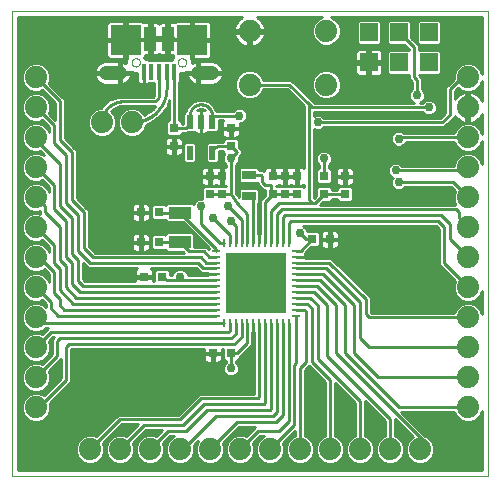
<source format=gtl>
G75*
%MOIN*%
%OFA0B0*%
%FSLAX25Y25*%
%IPPOS*%
%LPD*%
%AMOC8*
5,1,8,0,0,1.08239X$1,22.5*
%
%ADD10C,0.00000*%
%ADD11R,0.03150X0.03150*%
%ADD12R,0.04724X0.03150*%
%ADD13R,0.20276X0.20276*%
%ADD14R,0.02756X0.00984*%
%ADD15R,0.00984X0.02756*%
%ADD16R,0.07480X0.04331*%
%ADD17R,0.02165X0.04724*%
%ADD18R,0.03937X0.07874*%
%ADD19R,0.01575X0.05315*%
%ADD20C,0.04724*%
%ADD21R,0.09843X0.09843*%
%ADD22C,0.07400*%
%ADD23R,0.06000X0.06000*%
%ADD24C,0.01000*%
%ADD25C,0.03000*%
D10*
X0013500Y0037500D02*
X0013500Y0192461D01*
X0172201Y0192461D01*
X0172201Y0037500D01*
X0013500Y0037500D01*
X0053445Y0175500D02*
X0053447Y0175574D01*
X0053453Y0175648D01*
X0053463Y0175721D01*
X0053477Y0175794D01*
X0053494Y0175866D01*
X0053516Y0175936D01*
X0053541Y0176006D01*
X0053570Y0176074D01*
X0053603Y0176140D01*
X0053639Y0176205D01*
X0053679Y0176267D01*
X0053721Y0176328D01*
X0053767Y0176386D01*
X0053816Y0176441D01*
X0053868Y0176494D01*
X0053923Y0176544D01*
X0053980Y0176590D01*
X0054040Y0176634D01*
X0054102Y0176674D01*
X0054166Y0176711D01*
X0054232Y0176745D01*
X0054300Y0176775D01*
X0054369Y0176801D01*
X0054440Y0176824D01*
X0054511Y0176842D01*
X0054584Y0176857D01*
X0054657Y0176868D01*
X0054731Y0176875D01*
X0054805Y0176878D01*
X0054878Y0176877D01*
X0054952Y0176872D01*
X0055026Y0176863D01*
X0055099Y0176850D01*
X0055171Y0176833D01*
X0055242Y0176813D01*
X0055312Y0176788D01*
X0055380Y0176760D01*
X0055447Y0176729D01*
X0055512Y0176693D01*
X0055575Y0176655D01*
X0055636Y0176613D01*
X0055695Y0176567D01*
X0055751Y0176519D01*
X0055804Y0176468D01*
X0055854Y0176414D01*
X0055902Y0176357D01*
X0055946Y0176298D01*
X0055988Y0176236D01*
X0056026Y0176173D01*
X0056060Y0176107D01*
X0056091Y0176040D01*
X0056118Y0175971D01*
X0056141Y0175901D01*
X0056161Y0175830D01*
X0056177Y0175757D01*
X0056189Y0175684D01*
X0056197Y0175611D01*
X0056201Y0175537D01*
X0056201Y0175463D01*
X0056197Y0175389D01*
X0056189Y0175316D01*
X0056177Y0175243D01*
X0056161Y0175170D01*
X0056141Y0175099D01*
X0056118Y0175029D01*
X0056091Y0174960D01*
X0056060Y0174893D01*
X0056026Y0174827D01*
X0055988Y0174764D01*
X0055946Y0174702D01*
X0055902Y0174643D01*
X0055854Y0174586D01*
X0055804Y0174532D01*
X0055751Y0174481D01*
X0055695Y0174433D01*
X0055636Y0174387D01*
X0055575Y0174345D01*
X0055512Y0174307D01*
X0055447Y0174271D01*
X0055380Y0174240D01*
X0055312Y0174212D01*
X0055242Y0174187D01*
X0055171Y0174167D01*
X0055099Y0174150D01*
X0055026Y0174137D01*
X0054952Y0174128D01*
X0054878Y0174123D01*
X0054805Y0174122D01*
X0054731Y0174125D01*
X0054657Y0174132D01*
X0054584Y0174143D01*
X0054511Y0174158D01*
X0054440Y0174176D01*
X0054369Y0174199D01*
X0054300Y0174225D01*
X0054232Y0174255D01*
X0054166Y0174289D01*
X0054102Y0174326D01*
X0054040Y0174366D01*
X0053980Y0174410D01*
X0053923Y0174456D01*
X0053868Y0174506D01*
X0053816Y0174559D01*
X0053767Y0174614D01*
X0053721Y0174672D01*
X0053679Y0174733D01*
X0053639Y0174795D01*
X0053603Y0174860D01*
X0053570Y0174926D01*
X0053541Y0174994D01*
X0053516Y0175064D01*
X0053494Y0175134D01*
X0053477Y0175206D01*
X0053463Y0175279D01*
X0053453Y0175352D01*
X0053447Y0175426D01*
X0053445Y0175500D01*
X0053598Y0181799D02*
X0053598Y0184161D01*
X0053599Y0184162D02*
X0053588Y0184250D01*
X0053575Y0184337D01*
X0053557Y0184424D01*
X0053536Y0184510D01*
X0053511Y0184595D01*
X0053482Y0184678D01*
X0053450Y0184761D01*
X0053415Y0184842D01*
X0053376Y0184921D01*
X0053333Y0184999D01*
X0053288Y0185075D01*
X0053239Y0185149D01*
X0053187Y0185220D01*
X0053133Y0185290D01*
X0053075Y0185357D01*
X0053015Y0185422D01*
X0052951Y0185483D01*
X0052886Y0185543D01*
X0052817Y0185599D01*
X0052747Y0185652D01*
X0052674Y0185703D01*
X0052599Y0185750D01*
X0052523Y0185794D01*
X0052444Y0185835D01*
X0052364Y0185872D01*
X0052282Y0185906D01*
X0052199Y0185937D01*
X0052115Y0185963D01*
X0052030Y0185987D01*
X0051943Y0186006D01*
X0051856Y0186022D01*
X0051769Y0186035D01*
X0051681Y0186043D01*
X0051592Y0186048D01*
X0051504Y0186049D01*
X0051415Y0186046D01*
X0051327Y0186040D01*
X0051239Y0186046D01*
X0051150Y0186049D01*
X0051062Y0186048D01*
X0050973Y0186043D01*
X0050885Y0186035D01*
X0050798Y0186022D01*
X0050711Y0186006D01*
X0050624Y0185987D01*
X0050539Y0185963D01*
X0050455Y0185937D01*
X0050372Y0185906D01*
X0050290Y0185872D01*
X0050210Y0185835D01*
X0050131Y0185794D01*
X0050055Y0185750D01*
X0049980Y0185703D01*
X0049907Y0185652D01*
X0049837Y0185599D01*
X0049768Y0185543D01*
X0049703Y0185483D01*
X0049639Y0185422D01*
X0049579Y0185357D01*
X0049521Y0185290D01*
X0049467Y0185220D01*
X0049415Y0185149D01*
X0049366Y0185075D01*
X0049321Y0184999D01*
X0049278Y0184921D01*
X0049239Y0184842D01*
X0049204Y0184761D01*
X0049172Y0184678D01*
X0049143Y0184595D01*
X0049118Y0184510D01*
X0049097Y0184424D01*
X0049079Y0184337D01*
X0049066Y0184250D01*
X0049055Y0184162D01*
X0049055Y0184161D02*
X0049055Y0181799D01*
X0049066Y0181711D01*
X0049079Y0181624D01*
X0049097Y0181537D01*
X0049118Y0181451D01*
X0049143Y0181366D01*
X0049172Y0181283D01*
X0049204Y0181200D01*
X0049239Y0181119D01*
X0049278Y0181040D01*
X0049321Y0180962D01*
X0049366Y0180886D01*
X0049415Y0180812D01*
X0049467Y0180741D01*
X0049521Y0180671D01*
X0049579Y0180604D01*
X0049639Y0180539D01*
X0049703Y0180478D01*
X0049768Y0180418D01*
X0049837Y0180362D01*
X0049907Y0180309D01*
X0049980Y0180258D01*
X0050055Y0180211D01*
X0050131Y0180167D01*
X0050210Y0180126D01*
X0050290Y0180089D01*
X0050372Y0180055D01*
X0050455Y0180024D01*
X0050539Y0179998D01*
X0050624Y0179974D01*
X0050711Y0179955D01*
X0050798Y0179939D01*
X0050885Y0179926D01*
X0050973Y0179918D01*
X0051062Y0179913D01*
X0051150Y0179912D01*
X0051239Y0179915D01*
X0051327Y0179921D01*
X0051415Y0179915D01*
X0051504Y0179912D01*
X0051592Y0179913D01*
X0051681Y0179918D01*
X0051769Y0179926D01*
X0051856Y0179939D01*
X0051943Y0179955D01*
X0052030Y0179974D01*
X0052115Y0179998D01*
X0052199Y0180024D01*
X0052282Y0180055D01*
X0052364Y0180089D01*
X0052444Y0180126D01*
X0052523Y0180167D01*
X0052599Y0180211D01*
X0052674Y0180258D01*
X0052747Y0180309D01*
X0052817Y0180362D01*
X0052886Y0180418D01*
X0052951Y0180478D01*
X0053015Y0180539D01*
X0053075Y0180604D01*
X0053133Y0180671D01*
X0053187Y0180741D01*
X0053239Y0180812D01*
X0053288Y0180886D01*
X0053333Y0180962D01*
X0053376Y0181040D01*
X0053415Y0181119D01*
X0053450Y0181200D01*
X0053482Y0181283D01*
X0053511Y0181366D01*
X0053536Y0181451D01*
X0053557Y0181537D01*
X0053575Y0181624D01*
X0053588Y0181711D01*
X0053599Y0181799D01*
X0068799Y0175500D02*
X0068801Y0175574D01*
X0068807Y0175648D01*
X0068817Y0175721D01*
X0068831Y0175794D01*
X0068848Y0175866D01*
X0068870Y0175936D01*
X0068895Y0176006D01*
X0068924Y0176074D01*
X0068957Y0176140D01*
X0068993Y0176205D01*
X0069033Y0176267D01*
X0069075Y0176328D01*
X0069121Y0176386D01*
X0069170Y0176441D01*
X0069222Y0176494D01*
X0069277Y0176544D01*
X0069334Y0176590D01*
X0069394Y0176634D01*
X0069456Y0176674D01*
X0069520Y0176711D01*
X0069586Y0176745D01*
X0069654Y0176775D01*
X0069723Y0176801D01*
X0069794Y0176824D01*
X0069865Y0176842D01*
X0069938Y0176857D01*
X0070011Y0176868D01*
X0070085Y0176875D01*
X0070159Y0176878D01*
X0070232Y0176877D01*
X0070306Y0176872D01*
X0070380Y0176863D01*
X0070453Y0176850D01*
X0070525Y0176833D01*
X0070596Y0176813D01*
X0070666Y0176788D01*
X0070734Y0176760D01*
X0070801Y0176729D01*
X0070866Y0176693D01*
X0070929Y0176655D01*
X0070990Y0176613D01*
X0071049Y0176567D01*
X0071105Y0176519D01*
X0071158Y0176468D01*
X0071208Y0176414D01*
X0071256Y0176357D01*
X0071300Y0176298D01*
X0071342Y0176236D01*
X0071380Y0176173D01*
X0071414Y0176107D01*
X0071445Y0176040D01*
X0071472Y0175971D01*
X0071495Y0175901D01*
X0071515Y0175830D01*
X0071531Y0175757D01*
X0071543Y0175684D01*
X0071551Y0175611D01*
X0071555Y0175537D01*
X0071555Y0175463D01*
X0071551Y0175389D01*
X0071543Y0175316D01*
X0071531Y0175243D01*
X0071515Y0175170D01*
X0071495Y0175099D01*
X0071472Y0175029D01*
X0071445Y0174960D01*
X0071414Y0174893D01*
X0071380Y0174827D01*
X0071342Y0174764D01*
X0071300Y0174702D01*
X0071256Y0174643D01*
X0071208Y0174586D01*
X0071158Y0174532D01*
X0071105Y0174481D01*
X0071049Y0174433D01*
X0070990Y0174387D01*
X0070929Y0174345D01*
X0070866Y0174307D01*
X0070801Y0174271D01*
X0070734Y0174240D01*
X0070666Y0174212D01*
X0070596Y0174187D01*
X0070525Y0174167D01*
X0070453Y0174150D01*
X0070380Y0174137D01*
X0070306Y0174128D01*
X0070232Y0174123D01*
X0070159Y0174122D01*
X0070085Y0174125D01*
X0070011Y0174132D01*
X0069938Y0174143D01*
X0069865Y0174158D01*
X0069794Y0174176D01*
X0069723Y0174199D01*
X0069654Y0174225D01*
X0069586Y0174255D01*
X0069520Y0174289D01*
X0069456Y0174326D01*
X0069394Y0174366D01*
X0069334Y0174410D01*
X0069277Y0174456D01*
X0069222Y0174506D01*
X0069170Y0174559D01*
X0069121Y0174614D01*
X0069075Y0174672D01*
X0069033Y0174733D01*
X0068993Y0174795D01*
X0068957Y0174860D01*
X0068924Y0174926D01*
X0068895Y0174994D01*
X0068870Y0175064D01*
X0068848Y0175134D01*
X0068831Y0175206D01*
X0068817Y0175279D01*
X0068807Y0175352D01*
X0068801Y0175426D01*
X0068799Y0175500D01*
X0073280Y0179921D02*
X0074067Y0179921D01*
X0074151Y0179923D01*
X0074235Y0179929D01*
X0074319Y0179938D01*
X0074402Y0179951D01*
X0074485Y0179968D01*
X0074567Y0179989D01*
X0074647Y0180013D01*
X0074727Y0180041D01*
X0074805Y0180072D01*
X0074882Y0180107D01*
X0074957Y0180145D01*
X0075030Y0180187D01*
X0075102Y0180232D01*
X0075171Y0180280D01*
X0075238Y0180331D01*
X0075303Y0180385D01*
X0075365Y0180442D01*
X0075424Y0180501D01*
X0075481Y0180563D01*
X0075535Y0180628D01*
X0075586Y0180695D01*
X0075634Y0180764D01*
X0075679Y0180836D01*
X0075721Y0180909D01*
X0075759Y0180984D01*
X0075794Y0181061D01*
X0075825Y0181139D01*
X0075853Y0181219D01*
X0075877Y0181299D01*
X0075898Y0181381D01*
X0075915Y0181464D01*
X0075928Y0181547D01*
X0075937Y0181631D01*
X0075943Y0181715D01*
X0075945Y0181799D01*
X0075945Y0183965D01*
X0075946Y0183965D02*
X0075948Y0184051D01*
X0075947Y0184137D01*
X0075941Y0184223D01*
X0075933Y0184309D01*
X0075920Y0184395D01*
X0075904Y0184479D01*
X0075884Y0184563D01*
X0075860Y0184647D01*
X0075833Y0184728D01*
X0075802Y0184809D01*
X0075768Y0184888D01*
X0075730Y0184966D01*
X0075689Y0185042D01*
X0075645Y0185116D01*
X0075597Y0185188D01*
X0075546Y0185258D01*
X0075493Y0185326D01*
X0075436Y0185391D01*
X0075377Y0185454D01*
X0075315Y0185514D01*
X0075250Y0185571D01*
X0075183Y0185626D01*
X0075114Y0185677D01*
X0075043Y0185726D01*
X0074969Y0185771D01*
X0074894Y0185813D01*
X0074816Y0185851D01*
X0074738Y0185887D01*
X0074657Y0185918D01*
X0074576Y0185947D01*
X0074493Y0185971D01*
X0074409Y0185992D01*
X0074325Y0186010D01*
X0074239Y0186023D01*
X0074154Y0186033D01*
X0074067Y0186040D01*
X0074067Y0186039D02*
X0073280Y0186039D01*
X0073280Y0186040D02*
X0073193Y0186033D01*
X0073108Y0186023D01*
X0073022Y0186010D01*
X0072938Y0185992D01*
X0072854Y0185971D01*
X0072771Y0185947D01*
X0072690Y0185918D01*
X0072609Y0185887D01*
X0072531Y0185851D01*
X0072453Y0185813D01*
X0072378Y0185771D01*
X0072304Y0185726D01*
X0072233Y0185677D01*
X0072164Y0185626D01*
X0072097Y0185571D01*
X0072032Y0185514D01*
X0071970Y0185454D01*
X0071911Y0185391D01*
X0071854Y0185326D01*
X0071801Y0185258D01*
X0071750Y0185188D01*
X0071702Y0185116D01*
X0071658Y0185042D01*
X0071617Y0184966D01*
X0071579Y0184888D01*
X0071545Y0184809D01*
X0071514Y0184728D01*
X0071487Y0184647D01*
X0071463Y0184563D01*
X0071443Y0184479D01*
X0071427Y0184395D01*
X0071414Y0184309D01*
X0071406Y0184223D01*
X0071400Y0184137D01*
X0071399Y0184051D01*
X0071401Y0183965D01*
X0071402Y0183965D02*
X0071402Y0181799D01*
X0071404Y0181715D01*
X0071410Y0181631D01*
X0071419Y0181547D01*
X0071432Y0181464D01*
X0071449Y0181381D01*
X0071470Y0181299D01*
X0071494Y0181219D01*
X0071522Y0181139D01*
X0071553Y0181061D01*
X0071588Y0180984D01*
X0071626Y0180909D01*
X0071668Y0180836D01*
X0071713Y0180764D01*
X0071761Y0180695D01*
X0071812Y0180628D01*
X0071866Y0180563D01*
X0071923Y0180501D01*
X0071982Y0180442D01*
X0072044Y0180385D01*
X0072109Y0180331D01*
X0072176Y0180280D01*
X0072245Y0180232D01*
X0072317Y0180187D01*
X0072390Y0180145D01*
X0072465Y0180107D01*
X0072542Y0180072D01*
X0072620Y0180041D01*
X0072700Y0180013D01*
X0072780Y0179989D01*
X0072862Y0179968D01*
X0072945Y0179951D01*
X0073028Y0179938D01*
X0073112Y0179929D01*
X0073196Y0179923D01*
X0073280Y0179921D01*
D11*
X0067500Y0153500D03*
X0067500Y0147500D03*
X0079500Y0137500D03*
X0083500Y0137500D03*
X0083500Y0131500D03*
X0079500Y0131500D03*
X0086500Y0147500D03*
X0086500Y0153500D03*
X0100500Y0137500D03*
X0104500Y0137500D03*
X0108500Y0137500D03*
X0108500Y0131500D03*
X0104500Y0131500D03*
X0100500Y0131500D03*
X0113500Y0116500D03*
X0119500Y0116500D03*
X0117500Y0131500D03*
X0117500Y0137500D03*
X0124500Y0137500D03*
X0124500Y0131500D03*
X0086500Y0078500D03*
X0080500Y0078500D03*
X0063500Y0104000D03*
X0057500Y0104000D03*
X0056500Y0115500D03*
X0062500Y0115500D03*
X0062500Y0125500D03*
X0056500Y0125500D03*
D12*
X0092500Y0130957D03*
X0092500Y0138043D03*
D13*
X0094964Y0101893D03*
D14*
X0081579Y0100909D03*
X0081579Y0098941D03*
X0081579Y0096972D03*
X0081579Y0095004D03*
X0081579Y0093035D03*
X0081579Y0091067D03*
X0081579Y0102878D03*
X0081579Y0104846D03*
X0081579Y0106815D03*
X0081579Y0108783D03*
X0081579Y0110752D03*
X0081579Y0112720D03*
X0108350Y0112720D03*
X0108350Y0110752D03*
X0108350Y0108783D03*
X0108350Y0106815D03*
X0108350Y0104846D03*
X0108350Y0102878D03*
X0108350Y0100909D03*
X0108350Y0098941D03*
X0108350Y0096972D03*
X0108350Y0095004D03*
X0108350Y0093035D03*
X0108350Y0091067D03*
D15*
X0105791Y0088508D03*
X0103823Y0088508D03*
X0101854Y0088508D03*
X0099886Y0088508D03*
X0097917Y0088508D03*
X0095949Y0088508D03*
X0093980Y0088508D03*
X0092012Y0088508D03*
X0090043Y0088508D03*
X0088075Y0088508D03*
X0086106Y0088508D03*
X0084138Y0088508D03*
X0084138Y0115279D03*
X0086106Y0115279D03*
X0088075Y0115279D03*
X0090043Y0115279D03*
X0092012Y0115279D03*
X0093980Y0115279D03*
X0095949Y0115279D03*
X0097917Y0115279D03*
X0099886Y0115279D03*
X0101854Y0115279D03*
X0103823Y0115279D03*
X0105791Y0115279D03*
D16*
X0069500Y0115579D03*
X0069500Y0125421D03*
D17*
X0072760Y0145381D03*
X0080240Y0145381D03*
X0080240Y0155619D03*
X0076500Y0155619D03*
X0072760Y0155619D03*
D18*
X0065453Y0183374D03*
X0059547Y0183374D03*
D19*
X0059941Y0172449D03*
X0062500Y0172449D03*
X0065059Y0172449D03*
X0067618Y0172449D03*
X0057382Y0172449D03*
D20*
X0049508Y0171957D02*
X0044783Y0171957D01*
X0075492Y0171957D02*
X0080217Y0171957D01*
D21*
X0073600Y0182980D03*
X0051400Y0182980D03*
D22*
X0053500Y0155500D03*
X0043500Y0155500D03*
X0021500Y0150500D03*
X0021500Y0160500D03*
X0021500Y0170500D03*
X0021500Y0140500D03*
X0021500Y0130500D03*
X0021500Y0120500D03*
X0021500Y0110500D03*
X0021500Y0100500D03*
X0021500Y0090500D03*
X0021500Y0080500D03*
X0021500Y0070500D03*
X0021500Y0060500D03*
X0039500Y0046500D03*
X0049500Y0046500D03*
X0059500Y0046500D03*
X0069500Y0046500D03*
X0079500Y0046500D03*
X0089500Y0046500D03*
X0099500Y0046500D03*
X0109500Y0046500D03*
X0119500Y0046500D03*
X0129500Y0046500D03*
X0139500Y0046500D03*
X0149500Y0046500D03*
X0165500Y0060500D03*
X0165500Y0070500D03*
X0165500Y0080500D03*
X0165500Y0090500D03*
X0165500Y0100500D03*
X0165500Y0110500D03*
X0165500Y0120500D03*
X0165500Y0130500D03*
X0165500Y0140500D03*
X0165500Y0150500D03*
X0165500Y0160500D03*
X0165500Y0170500D03*
X0118300Y0168100D03*
X0118300Y0185900D03*
X0092700Y0185900D03*
X0092700Y0168100D03*
D23*
X0132500Y0175500D03*
X0132500Y0185500D03*
X0142500Y0185500D03*
X0142500Y0175500D03*
X0152500Y0175500D03*
X0152500Y0185500D03*
D24*
X0156600Y0185228D02*
X0170201Y0185228D01*
X0170201Y0186226D02*
X0156600Y0186226D01*
X0156600Y0187225D02*
X0170201Y0187225D01*
X0170201Y0188223D02*
X0156600Y0188223D01*
X0156600Y0188956D02*
X0155956Y0189600D01*
X0149044Y0189600D01*
X0148400Y0188956D01*
X0148400Y0182044D01*
X0149044Y0181400D01*
X0155956Y0181400D01*
X0156600Y0182044D01*
X0156600Y0188956D01*
X0156334Y0189222D02*
X0170201Y0189222D01*
X0170201Y0190220D02*
X0120413Y0190220D01*
X0119833Y0190461D02*
X0170201Y0190461D01*
X0170201Y0171694D01*
X0169569Y0173219D01*
X0168219Y0174569D01*
X0166455Y0175300D01*
X0164545Y0175300D01*
X0162781Y0174569D01*
X0161431Y0173219D01*
X0160700Y0171455D01*
X0160700Y0169963D01*
X0158837Y0168100D01*
X0157900Y0167163D01*
X0157900Y0158663D01*
X0156337Y0157100D01*
X0117577Y0157100D01*
X0116973Y0157704D01*
X0116017Y0158100D01*
X0114983Y0158100D01*
X0114100Y0157734D01*
X0114100Y0158900D01*
X0150423Y0158900D01*
X0151027Y0158296D01*
X0151983Y0157900D01*
X0153017Y0157900D01*
X0153973Y0158296D01*
X0154704Y0159027D01*
X0155100Y0159983D01*
X0155100Y0161017D01*
X0154704Y0161973D01*
X0153973Y0162704D01*
X0153017Y0163100D01*
X0151983Y0163100D01*
X0151027Y0162704D01*
X0150423Y0162100D01*
X0149500Y0162100D01*
X0149973Y0162296D01*
X0150704Y0163027D01*
X0151100Y0163983D01*
X0151100Y0165017D01*
X0150704Y0165973D01*
X0150100Y0166577D01*
X0150100Y0170163D01*
X0149100Y0171163D01*
X0149100Y0171400D01*
X0155956Y0171400D01*
X0156600Y0172044D01*
X0156600Y0178956D01*
X0155956Y0179600D01*
X0149100Y0179600D01*
X0149100Y0181163D01*
X0146600Y0183663D01*
X0146600Y0188956D01*
X0145956Y0189600D01*
X0139044Y0189600D01*
X0138400Y0188956D01*
X0138400Y0182044D01*
X0139044Y0181400D01*
X0144337Y0181400D01*
X0145900Y0179837D01*
X0145900Y0179600D01*
X0139044Y0179600D01*
X0138400Y0178956D01*
X0138400Y0172044D01*
X0139044Y0171400D01*
X0145900Y0171400D01*
X0145900Y0169837D01*
X0146837Y0168900D01*
X0146900Y0168837D01*
X0146900Y0166577D01*
X0146296Y0165973D01*
X0145900Y0165017D01*
X0145900Y0163983D01*
X0146296Y0163027D01*
X0147027Y0162296D01*
X0147500Y0162100D01*
X0114163Y0162100D01*
X0114100Y0162163D01*
X0106563Y0169700D01*
X0097233Y0169700D01*
X0096769Y0170819D01*
X0095419Y0172169D01*
X0093655Y0172900D01*
X0091745Y0172900D01*
X0089981Y0172169D01*
X0088631Y0170819D01*
X0087900Y0169055D01*
X0087900Y0167145D01*
X0088631Y0165381D01*
X0089981Y0164031D01*
X0091745Y0163300D01*
X0093655Y0163300D01*
X0095419Y0164031D01*
X0096769Y0165381D01*
X0097233Y0166500D01*
X0105237Y0166500D01*
X0110900Y0160837D01*
X0110900Y0140330D01*
X0110654Y0140473D01*
X0110272Y0140575D01*
X0108787Y0140575D01*
X0108787Y0137787D01*
X0108213Y0137787D01*
X0108213Y0137213D01*
X0104787Y0137213D01*
X0104787Y0134425D01*
X0106272Y0134425D01*
X0106500Y0134486D01*
X0106728Y0134425D01*
X0108213Y0134425D01*
X0108213Y0137213D01*
X0108787Y0137213D01*
X0108787Y0134425D01*
X0110272Y0134425D01*
X0110654Y0134527D01*
X0110900Y0134670D01*
X0110900Y0133805D01*
X0110530Y0134175D01*
X0101600Y0134175D01*
X0101600Y0134425D01*
X0102272Y0134425D01*
X0102500Y0134486D01*
X0102728Y0134425D01*
X0104213Y0134425D01*
X0104213Y0137213D01*
X0101425Y0137213D01*
X0100787Y0137213D01*
X0100787Y0137787D01*
X0104213Y0137787D01*
X0104213Y0137213D01*
X0104787Y0137213D01*
X0104787Y0137787D01*
X0105425Y0137787D01*
X0108213Y0137787D01*
X0108213Y0140575D01*
X0106728Y0140575D01*
X0106500Y0140514D01*
X0106272Y0140575D01*
X0104787Y0140575D01*
X0104787Y0137787D01*
X0104213Y0137787D01*
X0104213Y0140575D01*
X0102728Y0140575D01*
X0102500Y0140514D01*
X0102272Y0140575D01*
X0100787Y0140575D01*
X0100787Y0137787D01*
X0100213Y0137787D01*
X0100213Y0140575D01*
X0098728Y0140575D01*
X0098346Y0140473D01*
X0098004Y0140275D01*
X0097725Y0139996D01*
X0097527Y0139654D01*
X0097439Y0139324D01*
X0097119Y0139643D01*
X0095962Y0139643D01*
X0095962Y0140074D01*
X0095318Y0140718D01*
X0089682Y0140718D01*
X0089038Y0140074D01*
X0089038Y0136013D01*
X0089682Y0135369D01*
X0095318Y0135369D01*
X0095400Y0135451D01*
X0095400Y0134837D01*
X0096337Y0133900D01*
X0097337Y0132900D01*
X0097825Y0132900D01*
X0097825Y0131088D01*
X0096317Y0129580D01*
X0096317Y0118157D01*
X0095949Y0118157D01*
X0095949Y0115279D01*
X0096000Y0125500D01*
X0096000Y0133500D01*
X0095000Y0134500D01*
X0089000Y0134500D01*
X0088100Y0134303D02*
X0095934Y0134303D01*
X0095318Y0133631D02*
X0089682Y0133631D01*
X0089038Y0132987D01*
X0089038Y0130578D01*
X0088100Y0131984D01*
X0088100Y0141423D01*
X0088704Y0142027D01*
X0089100Y0142983D01*
X0089100Y0143837D01*
X0089163Y0143900D01*
X0090100Y0144837D01*
X0090100Y0146163D01*
X0089175Y0147088D01*
X0089175Y0149530D01*
X0088530Y0150175D01*
X0084470Y0150175D01*
X0083825Y0149530D01*
X0083825Y0149100D01*
X0081362Y0149100D01*
X0080918Y0148844D01*
X0078702Y0148844D01*
X0078057Y0148199D01*
X0078057Y0142564D01*
X0078702Y0141919D01*
X0081778Y0141919D01*
X0082423Y0142564D01*
X0082423Y0145900D01*
X0083825Y0145900D01*
X0083825Y0145470D01*
X0084309Y0144986D01*
X0084296Y0144973D01*
X0083900Y0144017D01*
X0083900Y0142983D01*
X0084296Y0142027D01*
X0084900Y0141423D01*
X0084900Y0140575D01*
X0083787Y0140575D01*
X0083787Y0137787D01*
X0083213Y0137787D01*
X0083213Y0137213D01*
X0079787Y0137213D01*
X0079787Y0134425D01*
X0081272Y0134425D01*
X0081500Y0134486D01*
X0081728Y0134425D01*
X0083213Y0134425D01*
X0083213Y0137213D01*
X0083787Y0137213D01*
X0083787Y0134425D01*
X0084900Y0134425D01*
X0084900Y0134175D01*
X0077470Y0134175D01*
X0076825Y0133530D01*
X0076825Y0130100D01*
X0075983Y0130100D01*
X0075027Y0129704D01*
X0074296Y0128973D01*
X0074036Y0128346D01*
X0073696Y0128687D01*
X0065304Y0128687D01*
X0064661Y0128044D01*
X0064530Y0128175D01*
X0060470Y0128175D01*
X0059825Y0127530D01*
X0059825Y0123470D01*
X0060470Y0122825D01*
X0064530Y0122825D01*
X0064660Y0122955D01*
X0064660Y0122800D01*
X0065304Y0122156D01*
X0070503Y0122156D01*
X0079101Y0113558D01*
X0079101Y0113162D01*
X0079100Y0113163D01*
X0078163Y0114100D01*
X0074340Y0114100D01*
X0074340Y0118200D01*
X0073696Y0118844D01*
X0065304Y0118844D01*
X0064660Y0118200D01*
X0064660Y0118045D01*
X0064530Y0118175D01*
X0060470Y0118175D01*
X0059825Y0117530D01*
X0059825Y0113470D01*
X0060470Y0112825D01*
X0064530Y0112825D01*
X0064661Y0112956D01*
X0065304Y0112313D01*
X0070503Y0112313D01*
X0070716Y0112100D01*
X0041163Y0112100D01*
X0039100Y0114163D01*
X0039100Y0126163D01*
X0038163Y0127100D01*
X0035100Y0130163D01*
X0035100Y0146163D01*
X0034163Y0147100D01*
X0031100Y0150163D01*
X0031100Y0163163D01*
X0030163Y0164100D01*
X0025836Y0168426D01*
X0026300Y0169545D01*
X0026300Y0171455D01*
X0025569Y0173219D01*
X0024219Y0174569D01*
X0022455Y0175300D01*
X0020545Y0175300D01*
X0018781Y0174569D01*
X0017431Y0173219D01*
X0016700Y0171455D01*
X0016700Y0169545D01*
X0017431Y0167781D01*
X0018781Y0166431D01*
X0020545Y0165700D01*
X0022455Y0165700D01*
X0023574Y0166164D01*
X0027900Y0161837D01*
X0027900Y0156363D01*
X0025836Y0158426D01*
X0026300Y0159545D01*
X0026300Y0161455D01*
X0025569Y0163219D01*
X0024219Y0164569D01*
X0022455Y0165300D01*
X0020545Y0165300D01*
X0018781Y0164569D01*
X0017431Y0163219D01*
X0016700Y0161455D01*
X0016700Y0159545D01*
X0017431Y0157781D01*
X0018781Y0156431D01*
X0020545Y0155700D01*
X0022455Y0155700D01*
X0023574Y0156164D01*
X0025900Y0153837D01*
X0025900Y0152420D01*
X0025569Y0153219D01*
X0024219Y0154569D01*
X0022455Y0155300D01*
X0020545Y0155300D01*
X0018781Y0154569D01*
X0017431Y0153219D01*
X0016700Y0151455D01*
X0016700Y0149545D01*
X0017431Y0147781D01*
X0018781Y0146431D01*
X0020545Y0145700D01*
X0022455Y0145700D01*
X0022867Y0145871D01*
X0024132Y0144605D01*
X0022455Y0145300D01*
X0020545Y0145300D01*
X0018781Y0144569D01*
X0017431Y0143219D01*
X0016700Y0141455D01*
X0016700Y0139545D01*
X0017431Y0137781D01*
X0018781Y0136431D01*
X0020545Y0135700D01*
X0022455Y0135700D01*
X0023574Y0136164D01*
X0025900Y0133837D01*
X0025900Y0132420D01*
X0025569Y0133219D01*
X0024219Y0134569D01*
X0022455Y0135300D01*
X0020545Y0135300D01*
X0018781Y0134569D01*
X0017431Y0133219D01*
X0016700Y0131455D01*
X0016700Y0129545D01*
X0017431Y0127781D01*
X0018781Y0126431D01*
X0020545Y0125700D01*
X0022455Y0125700D01*
X0022900Y0125884D01*
X0022900Y0125116D01*
X0022455Y0125300D01*
X0020545Y0125300D01*
X0018781Y0124569D01*
X0017431Y0123219D01*
X0016700Y0121455D01*
X0016700Y0119545D01*
X0017431Y0117781D01*
X0018781Y0116431D01*
X0020545Y0115700D01*
X0022455Y0115700D01*
X0023574Y0116164D01*
X0025900Y0113837D01*
X0025900Y0112420D01*
X0025569Y0113219D01*
X0024219Y0114569D01*
X0022455Y0115300D01*
X0020545Y0115300D01*
X0018781Y0114569D01*
X0017431Y0113219D01*
X0016700Y0111455D01*
X0016700Y0109545D01*
X0017431Y0107781D01*
X0018781Y0106431D01*
X0020545Y0105700D01*
X0022455Y0105700D01*
X0024219Y0106431D01*
X0024263Y0106475D01*
X0025900Y0104837D01*
X0025900Y0102420D01*
X0025569Y0103219D01*
X0024219Y0104569D01*
X0022455Y0105300D01*
X0020545Y0105300D01*
X0018781Y0104569D01*
X0017431Y0103219D01*
X0016700Y0101455D01*
X0016700Y0099545D01*
X0017431Y0097781D01*
X0018781Y0096431D01*
X0020545Y0095700D01*
X0022455Y0095700D01*
X0023574Y0096164D01*
X0024900Y0094837D01*
X0024900Y0093888D01*
X0024219Y0094569D01*
X0022455Y0095300D01*
X0020545Y0095300D01*
X0018781Y0094569D01*
X0017431Y0093219D01*
X0016700Y0091455D01*
X0016700Y0089545D01*
X0017431Y0087781D01*
X0018781Y0086431D01*
X0020545Y0085700D01*
X0022455Y0085700D01*
X0024219Y0086431D01*
X0024696Y0086908D01*
X0025645Y0086908D01*
X0024900Y0086163D01*
X0023574Y0084836D01*
X0022455Y0085300D01*
X0020545Y0085300D01*
X0018781Y0084569D01*
X0017431Y0083219D01*
X0016700Y0081455D01*
X0016700Y0079545D01*
X0017431Y0077781D01*
X0018781Y0076431D01*
X0020545Y0075700D01*
X0022455Y0075700D01*
X0024219Y0076431D01*
X0025569Y0077781D01*
X0026300Y0079545D01*
X0026300Y0081455D01*
X0025836Y0082574D01*
X0027163Y0083900D01*
X0027637Y0083900D01*
X0026900Y0083163D01*
X0026900Y0078163D01*
X0023574Y0074836D01*
X0022455Y0075300D01*
X0020545Y0075300D01*
X0018781Y0074569D01*
X0017431Y0073219D01*
X0016700Y0071455D01*
X0016700Y0069545D01*
X0017431Y0067781D01*
X0018781Y0066431D01*
X0020545Y0065700D01*
X0022455Y0065700D01*
X0024219Y0066431D01*
X0025569Y0067781D01*
X0026300Y0069545D01*
X0026300Y0071455D01*
X0025836Y0072574D01*
X0029163Y0075900D01*
X0029900Y0076637D01*
X0029900Y0070163D01*
X0024263Y0064525D01*
X0024219Y0064569D01*
X0022455Y0065300D01*
X0020545Y0065300D01*
X0018781Y0064569D01*
X0017431Y0063219D01*
X0016700Y0061455D01*
X0016700Y0059545D01*
X0017431Y0057781D01*
X0018781Y0056431D01*
X0020545Y0055700D01*
X0022455Y0055700D01*
X0024219Y0056431D01*
X0025569Y0057781D01*
X0026300Y0059545D01*
X0026300Y0061455D01*
X0026129Y0061867D01*
X0032163Y0067900D01*
X0033100Y0068837D01*
X0033100Y0079837D01*
X0033163Y0079900D01*
X0077425Y0079900D01*
X0077425Y0078787D01*
X0080213Y0078787D01*
X0080213Y0078213D01*
X0080787Y0078213D01*
X0080787Y0075425D01*
X0082272Y0075425D01*
X0082654Y0075527D01*
X0082996Y0075725D01*
X0083275Y0076004D01*
X0083473Y0076346D01*
X0083575Y0076728D01*
X0083575Y0078213D01*
X0080787Y0078213D01*
X0080787Y0078787D01*
X0083575Y0078787D01*
X0083575Y0079900D01*
X0083825Y0079900D01*
X0083825Y0076470D01*
X0084470Y0075825D01*
X0084900Y0075825D01*
X0084900Y0075577D01*
X0084296Y0074973D01*
X0083900Y0074017D01*
X0083900Y0072983D01*
X0084296Y0072027D01*
X0085027Y0071296D01*
X0085983Y0070900D01*
X0087017Y0070900D01*
X0087973Y0071296D01*
X0088704Y0072027D01*
X0089100Y0072983D01*
X0089100Y0074017D01*
X0088704Y0074973D01*
X0088100Y0075577D01*
X0088100Y0075825D01*
X0088530Y0075825D01*
X0089175Y0076470D01*
X0089175Y0076912D01*
X0090100Y0077837D01*
X0093612Y0081349D01*
X0093612Y0085630D01*
X0093980Y0085630D01*
X0093980Y0088507D01*
X0093980Y0088507D01*
X0093980Y0085630D01*
X0094349Y0085630D01*
X0094349Y0065100D01*
X0075837Y0065100D01*
X0068837Y0058100D01*
X0048837Y0058100D01*
X0041574Y0050836D01*
X0040455Y0051300D01*
X0038545Y0051300D01*
X0036781Y0050569D01*
X0035431Y0049219D01*
X0034700Y0047455D01*
X0034700Y0045545D01*
X0035431Y0043781D01*
X0036781Y0042431D01*
X0038545Y0041700D01*
X0040455Y0041700D01*
X0042219Y0042431D01*
X0043569Y0043781D01*
X0044300Y0045545D01*
X0044300Y0047455D01*
X0043836Y0048574D01*
X0050163Y0054900D01*
X0055637Y0054900D01*
X0051574Y0050836D01*
X0050455Y0051300D01*
X0048545Y0051300D01*
X0046781Y0050569D01*
X0045431Y0049219D01*
X0044700Y0047455D01*
X0044700Y0045545D01*
X0045431Y0043781D01*
X0046781Y0042431D01*
X0048545Y0041700D01*
X0050455Y0041700D01*
X0052219Y0042431D01*
X0053569Y0043781D01*
X0054300Y0045545D01*
X0054300Y0047455D01*
X0053836Y0048574D01*
X0058163Y0052900D01*
X0063637Y0052900D01*
X0061574Y0050836D01*
X0060455Y0051300D01*
X0058545Y0051300D01*
X0056781Y0050569D01*
X0055431Y0049219D01*
X0054700Y0047455D01*
X0054700Y0045545D01*
X0055431Y0043781D01*
X0056781Y0042431D01*
X0058545Y0041700D01*
X0060455Y0041700D01*
X0062219Y0042431D01*
X0063569Y0043781D01*
X0064300Y0045545D01*
X0064300Y0047455D01*
X0063836Y0048574D01*
X0066163Y0050900D01*
X0067580Y0050900D01*
X0066781Y0050569D01*
X0065431Y0049219D01*
X0064700Y0047455D01*
X0064700Y0045545D01*
X0065431Y0043781D01*
X0066781Y0042431D01*
X0068545Y0041700D01*
X0070455Y0041700D01*
X0072219Y0042431D01*
X0073569Y0043781D01*
X0074300Y0045545D01*
X0074300Y0047455D01*
X0074129Y0047867D01*
X0075395Y0049132D01*
X0074700Y0047455D01*
X0074700Y0045545D01*
X0075431Y0043781D01*
X0076781Y0042431D01*
X0078545Y0041700D01*
X0080455Y0041700D01*
X0082219Y0042431D01*
X0083569Y0043781D01*
X0084300Y0045545D01*
X0084300Y0047455D01*
X0083836Y0048574D01*
X0089163Y0053900D01*
X0094637Y0053900D01*
X0093900Y0053163D01*
X0091574Y0050836D01*
X0090455Y0051300D01*
X0088545Y0051300D01*
X0086781Y0050569D01*
X0085431Y0049219D01*
X0084700Y0047455D01*
X0084700Y0045545D01*
X0085431Y0043781D01*
X0086781Y0042431D01*
X0088545Y0041700D01*
X0090455Y0041700D01*
X0092219Y0042431D01*
X0093569Y0043781D01*
X0094300Y0045545D01*
X0094300Y0047455D01*
X0093836Y0048574D01*
X0096163Y0050900D01*
X0097580Y0050900D01*
X0096781Y0050569D01*
X0095431Y0049219D01*
X0094700Y0047455D01*
X0094700Y0045545D01*
X0095431Y0043781D01*
X0096781Y0042431D01*
X0098545Y0041700D01*
X0100455Y0041700D01*
X0102219Y0042431D01*
X0103569Y0043781D01*
X0104300Y0045545D01*
X0104300Y0047455D01*
X0103836Y0048574D01*
X0107900Y0052637D01*
X0107900Y0051033D01*
X0106781Y0050569D01*
X0105431Y0049219D01*
X0104700Y0047455D01*
X0104700Y0045545D01*
X0105431Y0043781D01*
X0106781Y0042431D01*
X0108545Y0041700D01*
X0110455Y0041700D01*
X0112219Y0042431D01*
X0113569Y0043781D01*
X0114300Y0045545D01*
X0114300Y0047455D01*
X0113569Y0049219D01*
X0112219Y0050569D01*
X0111100Y0051033D01*
X0111100Y0072837D01*
X0112163Y0073900D01*
X0112500Y0074237D01*
X0112837Y0073900D01*
X0117900Y0068837D01*
X0117900Y0051033D01*
X0116781Y0050569D01*
X0115431Y0049219D01*
X0114700Y0047455D01*
X0114700Y0045545D01*
X0115431Y0043781D01*
X0116781Y0042431D01*
X0118545Y0041700D01*
X0120455Y0041700D01*
X0122219Y0042431D01*
X0123569Y0043781D01*
X0124300Y0045545D01*
X0124300Y0047455D01*
X0123569Y0049219D01*
X0122219Y0050569D01*
X0121100Y0051033D01*
X0121100Y0068637D01*
X0127900Y0061837D01*
X0127900Y0051033D01*
X0126781Y0050569D01*
X0125431Y0049219D01*
X0124700Y0047455D01*
X0124700Y0045545D01*
X0125431Y0043781D01*
X0126781Y0042431D01*
X0128545Y0041700D01*
X0130455Y0041700D01*
X0132219Y0042431D01*
X0133569Y0043781D01*
X0134300Y0045545D01*
X0134300Y0047455D01*
X0133569Y0049219D01*
X0132219Y0050569D01*
X0131100Y0051033D01*
X0131100Y0062637D01*
X0137900Y0055837D01*
X0137900Y0051033D01*
X0136781Y0050569D01*
X0135431Y0049219D01*
X0134700Y0047455D01*
X0134700Y0045545D01*
X0135431Y0043781D01*
X0136781Y0042431D01*
X0138545Y0041700D01*
X0140455Y0041700D01*
X0142219Y0042431D01*
X0143569Y0043781D01*
X0144300Y0045545D01*
X0144300Y0047455D01*
X0143569Y0049219D01*
X0142219Y0050569D01*
X0141100Y0051033D01*
X0141100Y0056637D01*
X0147055Y0050683D01*
X0146781Y0050569D01*
X0145431Y0049219D01*
X0144700Y0047455D01*
X0144700Y0045545D01*
X0145431Y0043781D01*
X0146781Y0042431D01*
X0148545Y0041700D01*
X0150455Y0041700D01*
X0152219Y0042431D01*
X0153569Y0043781D01*
X0154300Y0045545D01*
X0154300Y0047455D01*
X0153569Y0049219D01*
X0152219Y0050569D01*
X0151322Y0050941D01*
X0151163Y0051100D01*
X0143363Y0058900D01*
X0160967Y0058900D01*
X0161431Y0057781D01*
X0162781Y0056431D01*
X0164545Y0055700D01*
X0166455Y0055700D01*
X0168219Y0056431D01*
X0169569Y0057781D01*
X0170201Y0059306D01*
X0170201Y0039500D01*
X0015500Y0039500D01*
X0015500Y0190461D01*
X0090197Y0190461D01*
X0089975Y0190347D01*
X0089312Y0189866D01*
X0088734Y0189288D01*
X0088253Y0188625D01*
X0087881Y0187896D01*
X0087628Y0187118D01*
X0087514Y0186400D01*
X0092200Y0186400D01*
X0092200Y0185400D01*
X0093200Y0185400D01*
X0093200Y0186400D01*
X0097886Y0186400D01*
X0097772Y0187118D01*
X0097519Y0187896D01*
X0097147Y0188625D01*
X0096666Y0189288D01*
X0096088Y0189866D01*
X0095425Y0190347D01*
X0095203Y0190461D01*
X0116767Y0190461D01*
X0115581Y0189969D01*
X0114231Y0188619D01*
X0113500Y0186855D01*
X0113500Y0184945D01*
X0114231Y0183181D01*
X0115581Y0181831D01*
X0117345Y0181100D01*
X0119255Y0181100D01*
X0121019Y0181831D01*
X0122369Y0183181D01*
X0123100Y0184945D01*
X0123100Y0186855D01*
X0122369Y0188619D01*
X0121019Y0189969D01*
X0119833Y0190461D01*
X0121767Y0189222D02*
X0128666Y0189222D01*
X0128400Y0188956D02*
X0129044Y0189600D01*
X0135956Y0189600D01*
X0136600Y0188956D01*
X0136600Y0182044D01*
X0135956Y0181400D01*
X0129044Y0181400D01*
X0128400Y0182044D01*
X0128400Y0188956D01*
X0128400Y0188223D02*
X0122533Y0188223D01*
X0122947Y0187225D02*
X0128400Y0187225D01*
X0128400Y0186226D02*
X0123100Y0186226D01*
X0123100Y0185228D02*
X0128400Y0185228D01*
X0128400Y0184229D02*
X0122803Y0184229D01*
X0122390Y0183231D02*
X0128400Y0183231D01*
X0128400Y0182232D02*
X0121420Y0182232D01*
X0119577Y0181234D02*
X0144504Y0181234D01*
X0145502Y0180235D02*
X0080021Y0180235D01*
X0080021Y0179237D02*
X0128193Y0179237D01*
X0128102Y0179079D02*
X0128000Y0178697D01*
X0128000Y0176000D01*
X0132000Y0176000D01*
X0132000Y0180000D01*
X0129303Y0180000D01*
X0128921Y0179898D01*
X0128579Y0179700D01*
X0128300Y0179421D01*
X0128102Y0179079D01*
X0128000Y0178238D02*
X0080021Y0178238D01*
X0080021Y0177862D02*
X0080021Y0182594D01*
X0077945Y0182594D01*
X0077945Y0183366D01*
X0080021Y0183366D01*
X0080021Y0188099D01*
X0079919Y0188481D01*
X0079722Y0188823D01*
X0079442Y0189102D01*
X0079100Y0189299D01*
X0078719Y0189402D01*
X0073986Y0189402D01*
X0073986Y0188077D01*
X0073673Y0188061D01*
X0073339Y0188078D01*
X0073300Y0188043D01*
X0073230Y0188039D01*
X0073214Y0188039D01*
X0073214Y0189402D01*
X0068481Y0189402D01*
X0068100Y0189299D01*
X0067758Y0189102D01*
X0067478Y0188823D01*
X0067472Y0188811D01*
X0065937Y0188811D01*
X0065937Y0183858D01*
X0067179Y0183858D01*
X0067179Y0183366D01*
X0069402Y0183366D01*
X0069402Y0182594D01*
X0068921Y0182594D01*
X0068921Y0182890D01*
X0065937Y0182890D01*
X0065937Y0183858D01*
X0064968Y0183858D01*
X0064968Y0182890D01*
X0060032Y0182890D01*
X0060032Y0183858D01*
X0061984Y0183858D01*
X0064968Y0183858D01*
X0064968Y0188811D01*
X0063287Y0188811D01*
X0062905Y0188709D01*
X0062563Y0188511D01*
X0062500Y0188448D01*
X0062437Y0188511D01*
X0062095Y0188709D01*
X0061713Y0188811D01*
X0060031Y0188811D01*
X0060031Y0183858D01*
X0059063Y0183858D01*
X0057821Y0183858D01*
X0057821Y0183366D01*
X0055598Y0183366D01*
X0055598Y0182594D01*
X0056079Y0182594D01*
X0056079Y0182890D01*
X0059063Y0182890D01*
X0059063Y0183858D01*
X0059063Y0188811D01*
X0057528Y0188811D01*
X0057522Y0188823D01*
X0057242Y0189102D01*
X0056900Y0189299D01*
X0056519Y0189402D01*
X0051786Y0189402D01*
X0051786Y0188092D01*
X0051327Y0188048D01*
X0051014Y0188078D01*
X0051014Y0189402D01*
X0046281Y0189402D01*
X0045900Y0189299D01*
X0045558Y0189102D01*
X0045278Y0188823D01*
X0045081Y0188481D01*
X0044979Y0188099D01*
X0044979Y0183366D01*
X0047055Y0183366D01*
X0047055Y0182594D01*
X0044979Y0182594D01*
X0044979Y0177862D01*
X0045081Y0177480D01*
X0045278Y0177138D01*
X0045558Y0176859D01*
X0045900Y0176661D01*
X0046281Y0176559D01*
X0051014Y0176559D01*
X0051014Y0177883D01*
X0051327Y0177912D01*
X0051786Y0177869D01*
X0051786Y0176995D01*
X0051445Y0176172D01*
X0051445Y0175307D01*
X0051337Y0175379D01*
X0050634Y0175670D01*
X0049888Y0175819D01*
X0049795Y0175819D01*
X0049795Y0172244D01*
X0049220Y0172244D01*
X0049220Y0171669D01*
X0040921Y0171669D01*
X0040921Y0171576D01*
X0041070Y0170830D01*
X0041361Y0170127D01*
X0041783Y0169495D01*
X0042321Y0168957D01*
X0042954Y0168534D01*
X0043657Y0168243D01*
X0044403Y0168094D01*
X0049220Y0168094D01*
X0049220Y0171669D01*
X0049795Y0171669D01*
X0049795Y0168094D01*
X0049888Y0168094D01*
X0050634Y0168243D01*
X0051337Y0168534D01*
X0051970Y0168957D01*
X0052508Y0169495D01*
X0052930Y0170127D01*
X0053222Y0170830D01*
X0053370Y0171576D01*
X0053370Y0171669D01*
X0049795Y0171669D01*
X0049795Y0172244D01*
X0053370Y0172244D01*
X0053370Y0172337D01*
X0053347Y0172455D01*
X0054151Y0172122D01*
X0055094Y0172122D01*
X0055094Y0169594D01*
X0055197Y0169212D01*
X0055394Y0168870D01*
X0055673Y0168591D01*
X0056016Y0168394D01*
X0056397Y0168291D01*
X0057382Y0168291D01*
X0058367Y0168291D01*
X0058748Y0168394D01*
X0059090Y0168591D01*
X0059191Y0168691D01*
X0060900Y0168691D01*
X0060900Y0164500D01*
X0060886Y0164396D01*
X0060783Y0164217D01*
X0060604Y0164114D01*
X0060500Y0164100D01*
X0048789Y0164100D01*
X0045628Y0162791D01*
X0045628Y0162791D01*
X0043209Y0160372D01*
X0043180Y0160300D01*
X0042545Y0160300D01*
X0040781Y0159569D01*
X0039431Y0158219D01*
X0038700Y0156455D01*
X0038700Y0154545D01*
X0039431Y0152781D01*
X0040781Y0151431D01*
X0042545Y0150700D01*
X0044455Y0150700D01*
X0046219Y0151431D01*
X0047569Y0152781D01*
X0048300Y0154545D01*
X0048300Y0156455D01*
X0047569Y0158219D01*
X0046649Y0159139D01*
X0047500Y0159990D01*
X0049447Y0160796D01*
X0050500Y0160900D01*
X0061184Y0160900D01*
X0060542Y0160017D01*
X0058021Y0158185D01*
X0057635Y0158060D01*
X0057569Y0158219D01*
X0056219Y0159569D01*
X0054455Y0160300D01*
X0052545Y0160300D01*
X0050781Y0159569D01*
X0049431Y0158219D01*
X0048700Y0156455D01*
X0048700Y0154545D01*
X0049431Y0152781D01*
X0050781Y0151431D01*
X0052545Y0150700D01*
X0054455Y0150700D01*
X0056219Y0151431D01*
X0057569Y0152781D01*
X0058300Y0154545D01*
X0058300Y0154782D01*
X0059549Y0155188D01*
X0062921Y0157638D01*
X0065371Y0161010D01*
X0065371Y0161011D01*
X0066018Y0163002D01*
X0066018Y0156175D01*
X0065470Y0156175D01*
X0064825Y0155530D01*
X0064825Y0151470D01*
X0065470Y0150825D01*
X0069530Y0150825D01*
X0070175Y0151470D01*
X0070175Y0151900D01*
X0071638Y0151900D01*
X0072082Y0152156D01*
X0074298Y0152156D01*
X0074347Y0152205D01*
X0074496Y0152056D01*
X0074838Y0151859D01*
X0075220Y0151756D01*
X0076459Y0151756D01*
X0076459Y0155577D01*
X0076541Y0155577D01*
X0076541Y0151756D01*
X0077780Y0151756D01*
X0078162Y0151859D01*
X0078504Y0152056D01*
X0078653Y0152205D01*
X0078702Y0152156D01*
X0081778Y0152156D01*
X0082423Y0152801D01*
X0082423Y0156160D01*
X0083889Y0156160D01*
X0083725Y0155996D01*
X0083527Y0155654D01*
X0083425Y0155272D01*
X0082423Y0155272D01*
X0082423Y0154274D02*
X0083425Y0154274D01*
X0083425Y0153787D02*
X0086213Y0153787D01*
X0086213Y0153213D01*
X0086787Y0153213D01*
X0086787Y0150425D01*
X0088272Y0150425D01*
X0088654Y0150527D01*
X0088996Y0150725D01*
X0089275Y0151004D01*
X0089473Y0151346D01*
X0089575Y0151728D01*
X0089575Y0153213D01*
X0086787Y0153213D01*
X0086787Y0153787D01*
X0089575Y0153787D01*
X0089575Y0155150D01*
X0089767Y0155150D01*
X0090723Y0155546D01*
X0091454Y0156277D01*
X0091850Y0157233D01*
X0091850Y0158267D01*
X0091454Y0159223D01*
X0090723Y0159954D01*
X0089767Y0160350D01*
X0088733Y0160350D01*
X0087777Y0159954D01*
X0087183Y0159360D01*
X0081617Y0159360D01*
X0081027Y0160785D01*
X0079525Y0162287D01*
X0079525Y0162287D01*
X0077562Y0163100D01*
X0075438Y0163100D01*
X0073475Y0162287D01*
X0071973Y0160785D01*
X0071973Y0160785D01*
X0071267Y0159081D01*
X0071222Y0159081D01*
X0070577Y0158436D01*
X0070577Y0155100D01*
X0070175Y0155100D01*
X0070175Y0155530D01*
X0069530Y0156175D01*
X0069218Y0156175D01*
X0069218Y0169048D01*
X0069505Y0169336D01*
X0069505Y0172122D01*
X0070849Y0172122D01*
X0071653Y0172455D01*
X0071630Y0172337D01*
X0071630Y0172244D01*
X0075205Y0172244D01*
X0075205Y0175819D01*
X0075112Y0175819D01*
X0074366Y0175670D01*
X0073663Y0175379D01*
X0073555Y0175307D01*
X0073555Y0176172D01*
X0073214Y0176995D01*
X0073214Y0177921D01*
X0073986Y0177921D01*
X0073986Y0176559D01*
X0078719Y0176559D01*
X0079100Y0176661D01*
X0079442Y0176859D01*
X0079722Y0177138D01*
X0079919Y0177480D01*
X0080021Y0177862D01*
X0079780Y0177239D02*
X0128000Y0177239D01*
X0128000Y0176241D02*
X0073527Y0176241D01*
X0073214Y0177239D02*
X0073986Y0177239D01*
X0075780Y0175819D02*
X0075780Y0172244D01*
X0084079Y0172244D01*
X0084079Y0172337D01*
X0083930Y0173083D01*
X0083639Y0173786D01*
X0083216Y0174419D01*
X0082679Y0174957D01*
X0082046Y0175379D01*
X0081343Y0175670D01*
X0080597Y0175819D01*
X0075780Y0175819D01*
X0075780Y0175242D02*
X0075205Y0175242D01*
X0075205Y0174244D02*
X0075780Y0174244D01*
X0075780Y0173245D02*
X0075205Y0173245D01*
X0075205Y0172247D02*
X0075780Y0172247D01*
X0075780Y0172244D02*
X0075205Y0172244D01*
X0075205Y0171669D01*
X0075780Y0171669D01*
X0075780Y0172244D01*
X0075780Y0171669D02*
X0084079Y0171669D01*
X0084079Y0171576D01*
X0083930Y0170830D01*
X0083639Y0170127D01*
X0083216Y0169495D01*
X0082679Y0168957D01*
X0082046Y0168534D01*
X0081343Y0168243D01*
X0080597Y0168094D01*
X0075780Y0168094D01*
X0075780Y0171669D01*
X0075780Y0171248D02*
X0075205Y0171248D01*
X0075205Y0171669D02*
X0075205Y0168094D01*
X0075112Y0168094D01*
X0074366Y0168243D01*
X0073663Y0168534D01*
X0073030Y0168957D01*
X0072492Y0169495D01*
X0072069Y0170127D01*
X0071778Y0170830D01*
X0071630Y0171576D01*
X0071630Y0171669D01*
X0075205Y0171669D01*
X0075205Y0170250D02*
X0075780Y0170250D01*
X0075780Y0169251D02*
X0075205Y0169251D01*
X0075205Y0168253D02*
X0075780Y0168253D01*
X0074341Y0168253D02*
X0069218Y0168253D01*
X0069218Y0167254D02*
X0087900Y0167254D01*
X0087900Y0168253D02*
X0081367Y0168253D01*
X0082973Y0169251D02*
X0087981Y0169251D01*
X0088395Y0170250D02*
X0083690Y0170250D01*
X0084013Y0171248D02*
X0089060Y0171248D01*
X0090169Y0172247D02*
X0084079Y0172247D01*
X0083863Y0173245D02*
X0128000Y0173245D01*
X0128000Y0172303D02*
X0128102Y0171921D01*
X0128300Y0171579D01*
X0128579Y0171300D01*
X0128921Y0171102D01*
X0129303Y0171000D01*
X0132000Y0171000D01*
X0132000Y0175000D01*
X0128000Y0175000D01*
X0128000Y0172303D01*
X0128015Y0172247D02*
X0120831Y0172247D01*
X0121019Y0172169D02*
X0119255Y0172900D01*
X0117345Y0172900D01*
X0115581Y0172169D01*
X0114231Y0170819D01*
X0113500Y0169055D01*
X0113500Y0167145D01*
X0114231Y0165381D01*
X0115581Y0164031D01*
X0117345Y0163300D01*
X0119255Y0163300D01*
X0121019Y0164031D01*
X0122369Y0165381D01*
X0123100Y0167145D01*
X0123100Y0169055D01*
X0122369Y0170819D01*
X0121019Y0172169D01*
X0121940Y0171248D02*
X0128668Y0171248D01*
X0128000Y0174244D02*
X0083333Y0174244D01*
X0082251Y0175242D02*
X0132000Y0175242D01*
X0132000Y0175000D02*
X0132000Y0176000D01*
X0133000Y0176000D01*
X0133000Y0180000D01*
X0135697Y0180000D01*
X0136079Y0179898D01*
X0136421Y0179700D01*
X0136700Y0179421D01*
X0136898Y0179079D01*
X0137000Y0178697D01*
X0137000Y0176000D01*
X0133000Y0176000D01*
X0133000Y0175000D01*
X0137000Y0175000D01*
X0137000Y0172303D01*
X0136898Y0171921D01*
X0136700Y0171579D01*
X0136421Y0171300D01*
X0136079Y0171102D01*
X0135697Y0171000D01*
X0133000Y0171000D01*
X0133000Y0175000D01*
X0132000Y0175000D01*
X0132000Y0174244D02*
X0133000Y0174244D01*
X0133000Y0175242D02*
X0138400Y0175242D01*
X0138400Y0174244D02*
X0137000Y0174244D01*
X0137000Y0173245D02*
X0138400Y0173245D01*
X0138400Y0172247D02*
X0136985Y0172247D01*
X0136332Y0171248D02*
X0145900Y0171248D01*
X0145900Y0170250D02*
X0122605Y0170250D01*
X0123019Y0169251D02*
X0146486Y0169251D01*
X0146900Y0168253D02*
X0123100Y0168253D01*
X0123100Y0167254D02*
X0146900Y0167254D01*
X0146579Y0166256D02*
X0122732Y0166256D01*
X0122246Y0165257D02*
X0145999Y0165257D01*
X0145900Y0164259D02*
X0121247Y0164259D01*
X0115353Y0164259D02*
X0112004Y0164259D01*
X0111005Y0165257D02*
X0114354Y0165257D01*
X0113868Y0166256D02*
X0110007Y0166256D01*
X0109008Y0167254D02*
X0113500Y0167254D01*
X0113500Y0168253D02*
X0108010Y0168253D01*
X0107011Y0169251D02*
X0113581Y0169251D01*
X0113995Y0170250D02*
X0097005Y0170250D01*
X0096340Y0171248D02*
X0114660Y0171248D01*
X0115769Y0172247D02*
X0095231Y0172247D01*
X0092700Y0168100D02*
X0105900Y0168100D01*
X0112500Y0161500D01*
X0112750Y0161250D01*
X0113500Y0160500D01*
X0152500Y0160500D01*
X0150585Y0162262D02*
X0149891Y0162262D01*
X0150801Y0163260D02*
X0157900Y0163260D01*
X0157900Y0162262D02*
X0154415Y0162262D01*
X0154998Y0161263D02*
X0157900Y0161263D01*
X0157900Y0160265D02*
X0155100Y0160265D01*
X0154803Y0159266D02*
X0157900Y0159266D01*
X0157505Y0158268D02*
X0153905Y0158268D01*
X0151095Y0158268D02*
X0114100Y0158268D01*
X0115500Y0155500D02*
X0157000Y0155500D01*
X0159500Y0158000D01*
X0159500Y0166500D01*
X0163500Y0170500D01*
X0165500Y0170500D01*
X0169972Y0172247D02*
X0170201Y0172247D01*
X0170201Y0173245D02*
X0169543Y0173245D01*
X0170201Y0174244D02*
X0168544Y0174244D01*
X0170201Y0175242D02*
X0166594Y0175242D01*
X0164406Y0175242D02*
X0156600Y0175242D01*
X0156600Y0174244D02*
X0162456Y0174244D01*
X0161457Y0173245D02*
X0156600Y0173245D01*
X0156600Y0172247D02*
X0161028Y0172247D01*
X0160700Y0171248D02*
X0149100Y0171248D01*
X0150013Y0170250D02*
X0160700Y0170250D01*
X0159989Y0169251D02*
X0150100Y0169251D01*
X0150100Y0168253D02*
X0158990Y0168253D01*
X0157992Y0167254D02*
X0150100Y0167254D01*
X0150421Y0166256D02*
X0157900Y0166256D01*
X0157900Y0165257D02*
X0151001Y0165257D01*
X0151100Y0164259D02*
X0157900Y0164259D01*
X0161100Y0164259D02*
X0161905Y0164259D01*
X0162112Y0164466D02*
X0161534Y0163888D01*
X0161100Y0163291D01*
X0161100Y0165837D01*
X0162237Y0166975D01*
X0162781Y0166431D01*
X0164545Y0165700D01*
X0166455Y0165700D01*
X0168219Y0166431D01*
X0169569Y0167781D01*
X0170201Y0169306D01*
X0170201Y0162728D01*
X0169947Y0163225D01*
X0169466Y0163888D01*
X0168888Y0164466D01*
X0168225Y0164947D01*
X0167496Y0165319D01*
X0166718Y0165572D01*
X0166000Y0165686D01*
X0166000Y0161000D01*
X0165000Y0161000D01*
X0165000Y0165686D01*
X0164282Y0165572D01*
X0163504Y0165319D01*
X0162775Y0164947D01*
X0162112Y0164466D01*
X0161100Y0165257D02*
X0163383Y0165257D01*
X0163203Y0166256D02*
X0161519Y0166256D01*
X0165000Y0165257D02*
X0166000Y0165257D01*
X0166000Y0164259D02*
X0165000Y0164259D01*
X0165000Y0163260D02*
X0166000Y0163260D01*
X0166000Y0162262D02*
X0165000Y0162262D01*
X0165000Y0161263D02*
X0166000Y0161263D01*
X0166000Y0160000D02*
X0166000Y0155314D01*
X0166718Y0155428D01*
X0167496Y0155681D01*
X0168225Y0156053D01*
X0168888Y0156534D01*
X0169466Y0157112D01*
X0169947Y0157775D01*
X0170201Y0158272D01*
X0170201Y0151694D01*
X0169569Y0153219D01*
X0168219Y0154569D01*
X0166455Y0155300D01*
X0164545Y0155300D01*
X0162781Y0154569D01*
X0161431Y0153219D01*
X0160967Y0152100D01*
X0144077Y0152100D01*
X0143973Y0152204D01*
X0143017Y0152600D01*
X0141983Y0152600D01*
X0141027Y0152204D01*
X0140296Y0151473D01*
X0139900Y0150517D01*
X0139900Y0149483D01*
X0140296Y0148527D01*
X0141027Y0147796D01*
X0141983Y0147400D01*
X0143017Y0147400D01*
X0143973Y0147796D01*
X0144704Y0148527D01*
X0144859Y0148900D01*
X0160967Y0148900D01*
X0161431Y0147781D01*
X0162781Y0146431D01*
X0164545Y0145700D01*
X0166455Y0145700D01*
X0168219Y0146431D01*
X0169569Y0147781D01*
X0170201Y0149306D01*
X0170201Y0141694D01*
X0169569Y0143219D01*
X0168219Y0144569D01*
X0166455Y0145300D01*
X0164545Y0145300D01*
X0162781Y0144569D01*
X0161431Y0143219D01*
X0160700Y0141455D01*
X0160700Y0141100D01*
X0143577Y0141100D01*
X0142973Y0141704D01*
X0142017Y0142100D01*
X0140983Y0142100D01*
X0140027Y0141704D01*
X0139296Y0140973D01*
X0138900Y0140017D01*
X0138900Y0138983D01*
X0139296Y0138027D01*
X0140027Y0137296D01*
X0140446Y0137123D01*
X0140296Y0136973D01*
X0139900Y0136017D01*
X0139900Y0134983D01*
X0140296Y0134027D01*
X0141027Y0133296D01*
X0141983Y0132900D01*
X0143017Y0132900D01*
X0143973Y0133296D01*
X0144577Y0133900D01*
X0159837Y0133900D01*
X0161164Y0132574D01*
X0160700Y0131455D01*
X0160700Y0129545D01*
X0161299Y0128100D01*
X0116363Y0128100D01*
X0117088Y0128825D01*
X0119530Y0128825D01*
X0120175Y0129470D01*
X0120175Y0129900D01*
X0121825Y0129900D01*
X0121825Y0129470D01*
X0122470Y0128825D01*
X0126530Y0128825D01*
X0127175Y0129470D01*
X0127175Y0133530D01*
X0126530Y0134175D01*
X0122470Y0134175D01*
X0121825Y0133530D01*
X0121825Y0133100D01*
X0120175Y0133100D01*
X0120175Y0133530D01*
X0119530Y0134175D01*
X0115470Y0134175D01*
X0114825Y0133530D01*
X0114825Y0131088D01*
X0114100Y0130363D01*
X0114100Y0153266D01*
X0114983Y0152900D01*
X0116017Y0152900D01*
X0116973Y0153296D01*
X0117577Y0153900D01*
X0157663Y0153900D01*
X0158600Y0154837D01*
X0161100Y0157337D01*
X0161100Y0157709D01*
X0161534Y0157112D01*
X0162112Y0156534D01*
X0162775Y0156053D01*
X0163504Y0155681D01*
X0164282Y0155428D01*
X0165000Y0155314D01*
X0165000Y0160000D01*
X0166000Y0160000D01*
X0166000Y0159266D02*
X0165000Y0159266D01*
X0165000Y0158268D02*
X0166000Y0158268D01*
X0166000Y0157269D02*
X0165000Y0157269D01*
X0165000Y0156271D02*
X0166000Y0156271D01*
X0166522Y0155272D02*
X0170201Y0155272D01*
X0170201Y0154274D02*
X0168514Y0154274D01*
X0169513Y0153275D02*
X0170201Y0153275D01*
X0170201Y0152277D02*
X0169960Y0152277D01*
X0170191Y0149281D02*
X0170201Y0149281D01*
X0170201Y0148283D02*
X0169777Y0148283D01*
X0170201Y0147284D02*
X0169072Y0147284D01*
X0170201Y0146286D02*
X0167869Y0146286D01*
X0166486Y0145287D02*
X0170201Y0145287D01*
X0170201Y0144289D02*
X0168500Y0144289D01*
X0169498Y0143290D02*
X0170201Y0143290D01*
X0170201Y0142292D02*
X0169953Y0142292D01*
X0165500Y0140500D02*
X0164500Y0139500D01*
X0141500Y0139500D01*
X0139616Y0141293D02*
X0119100Y0141293D01*
X0119100Y0141423D02*
X0119704Y0142027D01*
X0120100Y0142983D01*
X0120100Y0144017D01*
X0119704Y0144973D01*
X0118973Y0145704D01*
X0118017Y0146100D01*
X0116983Y0146100D01*
X0116027Y0145704D01*
X0115296Y0144973D01*
X0114900Y0144017D01*
X0114900Y0142983D01*
X0115296Y0142027D01*
X0115900Y0141423D01*
X0115900Y0140175D01*
X0115470Y0140175D01*
X0114825Y0139530D01*
X0114825Y0135470D01*
X0115470Y0134825D01*
X0119530Y0134825D01*
X0120175Y0135470D01*
X0120175Y0139530D01*
X0119530Y0140175D01*
X0119100Y0140175D01*
X0119100Y0141423D01*
X0119814Y0142292D02*
X0161047Y0142292D01*
X0160700Y0141293D02*
X0143384Y0141293D01*
X0139015Y0140295D02*
X0126962Y0140295D01*
X0126996Y0140275D02*
X0126654Y0140473D01*
X0126272Y0140575D01*
X0124787Y0140575D01*
X0124787Y0137787D01*
X0124213Y0137787D01*
X0124213Y0137213D01*
X0124787Y0137213D01*
X0124787Y0134425D01*
X0126272Y0134425D01*
X0126654Y0134527D01*
X0126996Y0134725D01*
X0127275Y0135004D01*
X0127473Y0135346D01*
X0127575Y0135728D01*
X0127575Y0137213D01*
X0124787Y0137213D01*
X0124787Y0137787D01*
X0127575Y0137787D01*
X0127575Y0139272D01*
X0127473Y0139654D01*
X0127275Y0139996D01*
X0126996Y0140275D01*
X0127568Y0139296D02*
X0138900Y0139296D01*
X0139184Y0138298D02*
X0127575Y0138298D01*
X0127575Y0136301D02*
X0140017Y0136301D01*
X0140024Y0137299D02*
X0124787Y0137299D01*
X0124213Y0137299D02*
X0120175Y0137299D01*
X0120175Y0136301D02*
X0121425Y0136301D01*
X0121425Y0135728D02*
X0121527Y0135346D01*
X0121725Y0135004D01*
X0122004Y0134725D01*
X0122346Y0134527D01*
X0122728Y0134425D01*
X0124213Y0134425D01*
X0124213Y0137213D01*
X0121425Y0137213D01*
X0121425Y0135728D01*
X0121553Y0135302D02*
X0120007Y0135302D01*
X0120175Y0133305D02*
X0121825Y0133305D01*
X0124213Y0135302D02*
X0124787Y0135302D01*
X0124787Y0136301D02*
X0124213Y0136301D01*
X0124213Y0137787D02*
X0121425Y0137787D01*
X0121425Y0139272D01*
X0121527Y0139654D01*
X0121725Y0139996D01*
X0122004Y0140275D01*
X0122346Y0140473D01*
X0122728Y0140575D01*
X0124213Y0140575D01*
X0124213Y0137787D01*
X0124213Y0138298D02*
X0124787Y0138298D01*
X0124787Y0139296D02*
X0124213Y0139296D01*
X0124213Y0140295D02*
X0124787Y0140295D01*
X0122038Y0140295D02*
X0119100Y0140295D01*
X0120175Y0139296D02*
X0121432Y0139296D01*
X0121425Y0138298D02*
X0120175Y0138298D01*
X0117500Y0137500D02*
X0117500Y0143500D01*
X0115610Y0145287D02*
X0114100Y0145287D01*
X0114100Y0144289D02*
X0115012Y0144289D01*
X0114900Y0143290D02*
X0114100Y0143290D01*
X0114100Y0142292D02*
X0115186Y0142292D01*
X0115900Y0141293D02*
X0114100Y0141293D01*
X0114100Y0140295D02*
X0115900Y0140295D01*
X0114825Y0139296D02*
X0114100Y0139296D01*
X0114100Y0138298D02*
X0114825Y0138298D01*
X0114825Y0137299D02*
X0114100Y0137299D01*
X0114100Y0136301D02*
X0114825Y0136301D01*
X0114993Y0135302D02*
X0114100Y0135302D01*
X0114100Y0134303D02*
X0140181Y0134303D01*
X0139900Y0135302D02*
X0127447Y0135302D01*
X0127175Y0133305D02*
X0141018Y0133305D01*
X0142500Y0135500D02*
X0160500Y0135500D01*
X0165500Y0130500D01*
X0161053Y0132306D02*
X0127175Y0132306D01*
X0127175Y0131308D02*
X0160700Y0131308D01*
X0160700Y0130309D02*
X0127175Y0130309D01*
X0127016Y0129311D02*
X0160797Y0129311D01*
X0161211Y0128312D02*
X0116575Y0128312D01*
X0114500Y0128500D02*
X0117500Y0131500D01*
X0124500Y0131500D01*
X0121984Y0129311D02*
X0120016Y0129311D01*
X0114825Y0131308D02*
X0114100Y0131308D01*
X0114100Y0132306D02*
X0114825Y0132306D01*
X0114825Y0133305D02*
X0114100Y0133305D01*
X0110900Y0134303D02*
X0101600Y0134303D01*
X0100000Y0134500D02*
X0100000Y0132000D01*
X0100500Y0131500D01*
X0104500Y0131500D01*
X0108500Y0131500D01*
X0108213Y0135302D02*
X0108787Y0135302D01*
X0108787Y0136301D02*
X0108213Y0136301D01*
X0108213Y0137299D02*
X0104787Y0137299D01*
X0104213Y0137299D02*
X0100787Y0137299D01*
X0100787Y0138298D02*
X0100213Y0138298D01*
X0100213Y0139296D02*
X0100787Y0139296D01*
X0100787Y0140295D02*
X0100213Y0140295D01*
X0098038Y0140295D02*
X0095741Y0140295D01*
X0096457Y0138043D02*
X0097000Y0137500D01*
X0097000Y0135500D01*
X0098000Y0134500D01*
X0100000Y0134500D01*
X0100500Y0131500D02*
X0097917Y0128917D01*
X0097917Y0115279D01*
X0095949Y0115279D02*
X0095949Y0115279D01*
X0095949Y0118157D01*
X0095580Y0118157D01*
X0095580Y0128544D01*
X0095962Y0128926D01*
X0095962Y0132987D01*
X0095318Y0133631D01*
X0095644Y0133305D02*
X0096932Y0133305D01*
X0097825Y0132306D02*
X0095962Y0132306D01*
X0095962Y0131308D02*
X0097825Y0131308D01*
X0097047Y0130309D02*
X0095962Y0130309D01*
X0095962Y0129311D02*
X0096317Y0129311D01*
X0096317Y0128312D02*
X0095580Y0128312D01*
X0095580Y0127314D02*
X0096317Y0127314D01*
X0096317Y0126315D02*
X0095580Y0126315D01*
X0095580Y0125317D02*
X0096317Y0125317D01*
X0096317Y0124318D02*
X0095580Y0124318D01*
X0095580Y0123320D02*
X0096317Y0123320D01*
X0096317Y0122321D02*
X0095580Y0122321D01*
X0095580Y0121323D02*
X0096317Y0121323D01*
X0096317Y0120324D02*
X0095580Y0120324D01*
X0095580Y0119326D02*
X0096317Y0119326D01*
X0096317Y0118327D02*
X0095580Y0118327D01*
X0095949Y0117329D02*
X0095949Y0117329D01*
X0095949Y0116330D02*
X0095949Y0116330D01*
X0095949Y0115332D02*
X0095949Y0115332D01*
X0093980Y0115279D02*
X0093980Y0130476D01*
X0092500Y0130957D01*
X0089038Y0131308D02*
X0088551Y0131308D01*
X0088100Y0132306D02*
X0089038Y0132306D01*
X0089356Y0133305D02*
X0088100Y0133305D01*
X0088100Y0135302D02*
X0095400Y0135302D01*
X0096457Y0138043D02*
X0092500Y0138043D01*
X0089259Y0140295D02*
X0088100Y0140295D01*
X0088100Y0141293D02*
X0110900Y0141293D01*
X0110900Y0142292D02*
X0088814Y0142292D01*
X0089100Y0143290D02*
X0110900Y0143290D01*
X0110900Y0144289D02*
X0089551Y0144289D01*
X0090100Y0145287D02*
X0110900Y0145287D01*
X0110900Y0146286D02*
X0089977Y0146286D01*
X0089175Y0147284D02*
X0110900Y0147284D01*
X0110900Y0148283D02*
X0089175Y0148283D01*
X0089175Y0149281D02*
X0110900Y0149281D01*
X0110900Y0150280D02*
X0069988Y0150280D01*
X0069996Y0150275D02*
X0069654Y0150473D01*
X0069272Y0150575D01*
X0067787Y0150575D01*
X0067787Y0147787D01*
X0067213Y0147787D01*
X0067213Y0147213D01*
X0067787Y0147213D01*
X0067787Y0144425D01*
X0069272Y0144425D01*
X0069654Y0144527D01*
X0069996Y0144725D01*
X0070275Y0145004D01*
X0070473Y0145346D01*
X0070575Y0145728D01*
X0070575Y0147213D01*
X0067787Y0147213D01*
X0067787Y0147787D01*
X0070575Y0147787D01*
X0070575Y0149272D01*
X0070473Y0149654D01*
X0070275Y0149996D01*
X0069996Y0150275D01*
X0069983Y0151278D02*
X0083567Y0151278D01*
X0083527Y0151346D02*
X0083725Y0151004D01*
X0084004Y0150725D01*
X0084346Y0150527D01*
X0084728Y0150425D01*
X0086213Y0150425D01*
X0086213Y0153213D01*
X0083425Y0153213D01*
X0083425Y0151728D01*
X0083527Y0151346D01*
X0083425Y0152277D02*
X0081899Y0152277D01*
X0082423Y0153275D02*
X0086213Y0153275D01*
X0086787Y0153275D02*
X0110900Y0153275D01*
X0110900Y0152277D02*
X0089575Y0152277D01*
X0089433Y0151278D02*
X0110900Y0151278D01*
X0110900Y0154274D02*
X0089575Y0154274D01*
X0090062Y0155272D02*
X0110900Y0155272D01*
X0110900Y0156271D02*
X0091448Y0156271D01*
X0091850Y0157269D02*
X0110900Y0157269D01*
X0110900Y0158268D02*
X0091850Y0158268D01*
X0091411Y0159266D02*
X0110900Y0159266D01*
X0110900Y0160265D02*
X0089973Y0160265D01*
X0088527Y0160265D02*
X0081243Y0160265D01*
X0081027Y0160785D02*
X0081027Y0160785D01*
X0080549Y0161263D02*
X0110474Y0161263D01*
X0109475Y0162262D02*
X0079550Y0162262D01*
X0077689Y0159539D02*
X0077748Y0159481D01*
X0076541Y0159481D01*
X0076541Y0155660D01*
X0076459Y0155660D01*
X0076459Y0159481D01*
X0075252Y0159481D01*
X0075311Y0159539D01*
X0076082Y0159859D01*
X0076500Y0159900D01*
X0076918Y0159859D01*
X0077689Y0159539D01*
X0076541Y0159266D02*
X0076459Y0159266D01*
X0076459Y0158268D02*
X0076541Y0158268D01*
X0076500Y0161500D02*
X0076380Y0161498D01*
X0076260Y0161492D01*
X0076141Y0161483D01*
X0076022Y0161469D01*
X0075903Y0161452D01*
X0075785Y0161431D01*
X0075668Y0161406D01*
X0075551Y0161378D01*
X0075436Y0161345D01*
X0075321Y0161309D01*
X0075208Y0161270D01*
X0075097Y0161227D01*
X0074986Y0161180D01*
X0074877Y0161130D01*
X0074770Y0161076D01*
X0074665Y0161019D01*
X0074561Y0160958D01*
X0074460Y0160894D01*
X0074360Y0160827D01*
X0074263Y0160757D01*
X0074168Y0160684D01*
X0074076Y0160608D01*
X0073986Y0160529D01*
X0073898Y0160447D01*
X0073813Y0160362D01*
X0073731Y0160274D01*
X0073652Y0160184D01*
X0073576Y0160092D01*
X0073503Y0159997D01*
X0073433Y0159900D01*
X0073366Y0159800D01*
X0073302Y0159699D01*
X0073241Y0159595D01*
X0073184Y0159490D01*
X0073130Y0159383D01*
X0073080Y0159274D01*
X0073033Y0159163D01*
X0072990Y0159052D01*
X0072951Y0158939D01*
X0072915Y0158824D01*
X0072882Y0158709D01*
X0072854Y0158592D01*
X0072829Y0158475D01*
X0072808Y0158357D01*
X0072791Y0158238D01*
X0072777Y0158119D01*
X0072768Y0158000D01*
X0072762Y0157880D01*
X0072760Y0157760D01*
X0072760Y0155619D01*
X0072758Y0155529D01*
X0072752Y0155439D01*
X0072743Y0155350D01*
X0072730Y0155261D01*
X0072712Y0155173D01*
X0072692Y0155085D01*
X0072667Y0154999D01*
X0072639Y0154913D01*
X0072607Y0154829D01*
X0072572Y0154746D01*
X0072533Y0154665D01*
X0072491Y0154586D01*
X0072445Y0154508D01*
X0072397Y0154432D01*
X0072345Y0154359D01*
X0072290Y0154288D01*
X0072232Y0154219D01*
X0072171Y0154153D01*
X0072107Y0154089D01*
X0072041Y0154028D01*
X0071972Y0153970D01*
X0071901Y0153915D01*
X0071828Y0153863D01*
X0071752Y0153815D01*
X0071674Y0153769D01*
X0071595Y0153727D01*
X0071514Y0153688D01*
X0071431Y0153653D01*
X0071347Y0153621D01*
X0071261Y0153593D01*
X0071175Y0153568D01*
X0071087Y0153548D01*
X0070999Y0153530D01*
X0070910Y0153517D01*
X0070821Y0153508D01*
X0070731Y0153502D01*
X0070641Y0153500D01*
X0067500Y0153500D01*
X0067520Y0153502D01*
X0067540Y0153507D01*
X0067559Y0153516D01*
X0067576Y0153528D01*
X0067590Y0153542D01*
X0067602Y0153559D01*
X0067611Y0153578D01*
X0067616Y0153598D01*
X0067618Y0153618D01*
X0067618Y0172449D01*
X0069505Y0171248D02*
X0071695Y0171248D01*
X0071630Y0172247D02*
X0071151Y0172247D01*
X0072019Y0170250D02*
X0069505Y0170250D01*
X0069421Y0169251D02*
X0072735Y0169251D01*
X0069218Y0166256D02*
X0088268Y0166256D01*
X0088754Y0165257D02*
X0069218Y0165257D01*
X0069218Y0164259D02*
X0089753Y0164259D01*
X0095647Y0164259D02*
X0107478Y0164259D01*
X0106480Y0165257D02*
X0096646Y0165257D01*
X0097132Y0166256D02*
X0105481Y0166256D01*
X0108477Y0163260D02*
X0069218Y0163260D01*
X0069218Y0162262D02*
X0073450Y0162262D01*
X0073475Y0162287D02*
X0073475Y0162287D01*
X0072451Y0161263D02*
X0069218Y0161263D01*
X0069218Y0160265D02*
X0071757Y0160265D01*
X0071344Y0159266D02*
X0069218Y0159266D01*
X0069218Y0158268D02*
X0070577Y0158268D01*
X0070577Y0157269D02*
X0069218Y0157269D01*
X0069218Y0156271D02*
X0070577Y0156271D01*
X0070577Y0155272D02*
X0070175Y0155272D01*
X0066018Y0156271D02*
X0061039Y0156271D01*
X0062413Y0157269D02*
X0066018Y0157269D01*
X0066018Y0158268D02*
X0063378Y0158268D01*
X0062921Y0157638D02*
X0062921Y0157638D01*
X0062921Y0157638D01*
X0064104Y0159266D02*
X0066018Y0159266D01*
X0066018Y0160265D02*
X0064829Y0160265D01*
X0065453Y0161263D02*
X0066018Y0161263D01*
X0066018Y0162262D02*
X0065778Y0162262D01*
X0062500Y0164500D02*
X0062500Y0172449D01*
X0065059Y0172449D02*
X0065059Y0167059D01*
X0060900Y0167254D02*
X0027008Y0167254D01*
X0028007Y0166256D02*
X0060900Y0166256D01*
X0060900Y0165257D02*
X0029005Y0165257D01*
X0030004Y0164259D02*
X0060807Y0164259D01*
X0062500Y0164500D02*
X0062498Y0164413D01*
X0062492Y0164326D01*
X0062483Y0164239D01*
X0062470Y0164153D01*
X0062453Y0164067D01*
X0062432Y0163982D01*
X0062407Y0163899D01*
X0062379Y0163816D01*
X0062348Y0163735D01*
X0062313Y0163655D01*
X0062274Y0163577D01*
X0062232Y0163500D01*
X0062187Y0163425D01*
X0062138Y0163353D01*
X0062087Y0163282D01*
X0062032Y0163214D01*
X0061975Y0163149D01*
X0061914Y0163086D01*
X0061851Y0163025D01*
X0061786Y0162968D01*
X0061718Y0162913D01*
X0061647Y0162862D01*
X0061575Y0162813D01*
X0061500Y0162768D01*
X0061423Y0162726D01*
X0061345Y0162687D01*
X0061265Y0162652D01*
X0061184Y0162621D01*
X0061101Y0162593D01*
X0061018Y0162568D01*
X0060933Y0162547D01*
X0060847Y0162530D01*
X0060761Y0162517D01*
X0060674Y0162508D01*
X0060587Y0162502D01*
X0060500Y0162500D01*
X0050500Y0162500D01*
X0052460Y0160265D02*
X0048163Y0160265D01*
X0046776Y0159266D02*
X0050478Y0159266D01*
X0049480Y0158268D02*
X0047520Y0158268D01*
X0047963Y0157269D02*
X0049037Y0157269D01*
X0048700Y0156271D02*
X0048300Y0156271D01*
X0048300Y0155272D02*
X0048700Y0155272D01*
X0048812Y0154274D02*
X0048188Y0154274D01*
X0047774Y0153275D02*
X0049226Y0153275D01*
X0049935Y0152277D02*
X0047065Y0152277D01*
X0045851Y0151278D02*
X0051149Y0151278D01*
X0043500Y0155500D02*
X0043502Y0155669D01*
X0043508Y0155838D01*
X0043518Y0156007D01*
X0043533Y0156176D01*
X0043551Y0156344D01*
X0043573Y0156511D01*
X0043600Y0156678D01*
X0043630Y0156845D01*
X0043665Y0157010D01*
X0043703Y0157175D01*
X0043746Y0157339D01*
X0043792Y0157502D01*
X0043843Y0157663D01*
X0043897Y0157823D01*
X0043955Y0157982D01*
X0044017Y0158140D01*
X0044082Y0158296D01*
X0044152Y0158450D01*
X0044225Y0158602D01*
X0044302Y0158753D01*
X0044382Y0158902D01*
X0044466Y0159049D01*
X0044554Y0159193D01*
X0044645Y0159336D01*
X0044739Y0159476D01*
X0044837Y0159614D01*
X0044938Y0159750D01*
X0045042Y0159883D01*
X0045150Y0160014D01*
X0045260Y0160142D01*
X0045374Y0160267D01*
X0045491Y0160390D01*
X0045610Y0160509D01*
X0045733Y0160626D01*
X0045858Y0160740D01*
X0045986Y0160850D01*
X0046117Y0160958D01*
X0046250Y0161062D01*
X0046386Y0161163D01*
X0046524Y0161261D01*
X0046664Y0161355D01*
X0046807Y0161446D01*
X0046951Y0161534D01*
X0047098Y0161618D01*
X0047247Y0161698D01*
X0047398Y0161775D01*
X0047550Y0161848D01*
X0047704Y0161918D01*
X0047860Y0161983D01*
X0048018Y0162045D01*
X0048177Y0162103D01*
X0048337Y0162157D01*
X0048498Y0162208D01*
X0048661Y0162254D01*
X0048825Y0162297D01*
X0048990Y0162335D01*
X0049155Y0162370D01*
X0049322Y0162400D01*
X0049489Y0162427D01*
X0049656Y0162449D01*
X0049824Y0162467D01*
X0049993Y0162482D01*
X0050162Y0162492D01*
X0050331Y0162498D01*
X0050500Y0162500D01*
X0046762Y0163260D02*
X0031002Y0163260D01*
X0031100Y0162262D02*
X0045100Y0162262D01*
X0044101Y0161263D02*
X0031100Y0161263D01*
X0031100Y0160265D02*
X0042460Y0160265D01*
X0043209Y0160372D02*
X0043209Y0160372D01*
X0040478Y0159266D02*
X0031100Y0159266D01*
X0031100Y0158268D02*
X0039480Y0158268D01*
X0039037Y0157269D02*
X0031100Y0157269D01*
X0031100Y0156271D02*
X0038700Y0156271D01*
X0038700Y0155272D02*
X0031100Y0155272D01*
X0031100Y0154274D02*
X0038812Y0154274D01*
X0039226Y0153275D02*
X0031100Y0153275D01*
X0031100Y0152277D02*
X0039935Y0152277D01*
X0041149Y0151278D02*
X0031100Y0151278D01*
X0031100Y0150280D02*
X0065012Y0150280D01*
X0065004Y0150275D02*
X0064725Y0149996D01*
X0064527Y0149654D01*
X0064425Y0149272D01*
X0064425Y0147787D01*
X0067213Y0147787D01*
X0067213Y0150575D01*
X0065728Y0150575D01*
X0065346Y0150473D01*
X0065004Y0150275D01*
X0065017Y0151278D02*
X0055851Y0151278D01*
X0057065Y0152277D02*
X0064825Y0152277D01*
X0064825Y0153275D02*
X0057774Y0153275D01*
X0058188Y0154274D02*
X0064825Y0154274D01*
X0064825Y0155272D02*
X0059664Y0155272D01*
X0059549Y0155188D02*
X0059549Y0155188D01*
X0058135Y0158268D02*
X0057520Y0158268D01*
X0056522Y0159266D02*
X0059509Y0159266D01*
X0060722Y0160265D02*
X0054540Y0160265D01*
X0053500Y0155500D02*
X0053779Y0155503D01*
X0054058Y0155513D01*
X0054337Y0155530D01*
X0054616Y0155554D01*
X0054893Y0155584D01*
X0055170Y0155621D01*
X0055446Y0155665D01*
X0055721Y0155715D01*
X0055994Y0155772D01*
X0056266Y0155836D01*
X0056537Y0155906D01*
X0056805Y0155983D01*
X0057072Y0156066D01*
X0057337Y0156155D01*
X0057599Y0156251D01*
X0057859Y0156353D01*
X0058116Y0156462D01*
X0058371Y0156576D01*
X0058623Y0156697D01*
X0058872Y0156824D01*
X0059117Y0156957D01*
X0059360Y0157095D01*
X0059599Y0157240D01*
X0059834Y0157390D01*
X0060066Y0157546D01*
X0060294Y0157708D01*
X0060518Y0157874D01*
X0060738Y0158047D01*
X0060954Y0158224D01*
X0061165Y0158407D01*
X0061372Y0158595D01*
X0061574Y0158787D01*
X0061772Y0158985D01*
X0061964Y0159187D01*
X0062152Y0159394D01*
X0062335Y0159605D01*
X0062512Y0159821D01*
X0062685Y0160041D01*
X0062851Y0160265D01*
X0063013Y0160493D01*
X0063169Y0160725D01*
X0063319Y0160960D01*
X0063464Y0161199D01*
X0063602Y0161442D01*
X0063735Y0161687D01*
X0063862Y0161936D01*
X0063983Y0162188D01*
X0064097Y0162443D01*
X0064206Y0162700D01*
X0064308Y0162960D01*
X0064404Y0163222D01*
X0064493Y0163487D01*
X0064576Y0163754D01*
X0064653Y0164022D01*
X0064723Y0164293D01*
X0064787Y0164565D01*
X0064844Y0164838D01*
X0064894Y0165113D01*
X0064938Y0165389D01*
X0064975Y0165666D01*
X0065005Y0165943D01*
X0065029Y0166222D01*
X0065046Y0166501D01*
X0065056Y0166780D01*
X0065059Y0167059D01*
X0060900Y0168253D02*
X0050658Y0168253D01*
X0049795Y0168253D02*
X0049220Y0168253D01*
X0049220Y0169251D02*
X0049795Y0169251D01*
X0049795Y0170250D02*
X0049220Y0170250D01*
X0049220Y0171248D02*
X0049795Y0171248D01*
X0049795Y0172247D02*
X0049220Y0172247D01*
X0049220Y0172244D02*
X0049220Y0175819D01*
X0044403Y0175819D01*
X0043657Y0175670D01*
X0042954Y0175379D01*
X0042321Y0174957D01*
X0041783Y0174419D01*
X0041361Y0173786D01*
X0041070Y0173083D01*
X0040921Y0172337D01*
X0040921Y0172244D01*
X0049220Y0172244D01*
X0049220Y0173245D02*
X0049795Y0173245D01*
X0049795Y0174244D02*
X0049220Y0174244D01*
X0049220Y0175242D02*
X0049795Y0175242D01*
X0051473Y0176241D02*
X0015500Y0176241D01*
X0015500Y0177239D02*
X0045220Y0177239D01*
X0044979Y0178238D02*
X0015500Y0178238D01*
X0015500Y0179237D02*
X0044979Y0179237D01*
X0044979Y0180235D02*
X0015500Y0180235D01*
X0015500Y0181234D02*
X0044979Y0181234D01*
X0044979Y0182232D02*
X0015500Y0182232D01*
X0015500Y0183231D02*
X0047055Y0183231D01*
X0044979Y0184229D02*
X0015500Y0184229D01*
X0015500Y0185228D02*
X0044979Y0185228D01*
X0044979Y0186226D02*
X0015500Y0186226D01*
X0015500Y0187225D02*
X0044979Y0187225D01*
X0045012Y0188223D02*
X0015500Y0188223D01*
X0015500Y0189222D02*
X0045765Y0189222D01*
X0051014Y0189222D02*
X0051786Y0189222D01*
X0051786Y0188223D02*
X0051014Y0188223D01*
X0057035Y0189222D02*
X0067965Y0189222D01*
X0065937Y0188223D02*
X0064968Y0188223D01*
X0064968Y0187225D02*
X0065937Y0187225D01*
X0065937Y0186226D02*
X0064968Y0186226D01*
X0064968Y0185228D02*
X0065937Y0185228D01*
X0065937Y0184229D02*
X0064968Y0184229D01*
X0064968Y0183231D02*
X0060032Y0183231D01*
X0060031Y0182890D02*
X0060031Y0177937D01*
X0061713Y0177937D01*
X0062095Y0178039D01*
X0062437Y0178237D01*
X0062500Y0178300D01*
X0062563Y0178237D01*
X0062905Y0178039D01*
X0063287Y0177937D01*
X0064968Y0177937D01*
X0064968Y0182890D01*
X0065937Y0182890D01*
X0065937Y0177937D01*
X0067179Y0177937D01*
X0067179Y0177862D01*
X0067281Y0177480D01*
X0067317Y0177417D01*
X0067313Y0177413D01*
X0066813Y0176206D01*
X0066375Y0176206D01*
X0066339Y0176170D01*
X0066302Y0176206D01*
X0063816Y0176206D01*
X0063780Y0176170D01*
X0063743Y0176206D01*
X0061257Y0176206D01*
X0061220Y0176170D01*
X0061184Y0176206D01*
X0059191Y0176206D01*
X0059090Y0176307D01*
X0058748Y0176504D01*
X0058367Y0176606D01*
X0058021Y0176606D01*
X0057687Y0177413D01*
X0057683Y0177417D01*
X0057719Y0177480D01*
X0057821Y0177862D01*
X0057821Y0177937D01*
X0059063Y0177937D01*
X0059063Y0182890D01*
X0060031Y0182890D01*
X0060031Y0182232D02*
X0059063Y0182232D01*
X0059063Y0181234D02*
X0060031Y0181234D01*
X0060031Y0180235D02*
X0059063Y0180235D01*
X0059063Y0179237D02*
X0060031Y0179237D01*
X0060031Y0178238D02*
X0059063Y0178238D01*
X0057759Y0177239D02*
X0067241Y0177239D01*
X0066828Y0176241D02*
X0059156Y0176241D01*
X0057382Y0172449D02*
X0057382Y0168291D01*
X0057382Y0172449D01*
X0057382Y0172449D01*
X0057382Y0172247D02*
X0057382Y0172247D01*
X0057382Y0171248D02*
X0057382Y0171248D01*
X0057382Y0170250D02*
X0057382Y0170250D01*
X0057382Y0169251D02*
X0057382Y0169251D01*
X0055186Y0169251D02*
X0052265Y0169251D01*
X0052981Y0170250D02*
X0055094Y0170250D01*
X0055094Y0171248D02*
X0053305Y0171248D01*
X0053370Y0172247D02*
X0053849Y0172247D01*
X0051786Y0177239D02*
X0051014Y0177239D01*
X0055598Y0183231D02*
X0059063Y0183231D01*
X0059063Y0184229D02*
X0060031Y0184229D01*
X0060031Y0185228D02*
X0059063Y0185228D01*
X0059063Y0186226D02*
X0060031Y0186226D01*
X0060031Y0187225D02*
X0059063Y0187225D01*
X0059063Y0188223D02*
X0060031Y0188223D01*
X0065937Y0183231D02*
X0069402Y0183231D01*
X0065937Y0182232D02*
X0064968Y0182232D01*
X0064968Y0181234D02*
X0065937Y0181234D01*
X0065937Y0180235D02*
X0064968Y0180235D01*
X0064968Y0179237D02*
X0065937Y0179237D01*
X0065937Y0178238D02*
X0064968Y0178238D01*
X0062562Y0178238D02*
X0062438Y0178238D01*
X0073214Y0188223D02*
X0073986Y0188223D01*
X0073986Y0189222D02*
X0073214Y0189222D01*
X0077945Y0183231D02*
X0088224Y0183231D01*
X0088253Y0183175D02*
X0088734Y0182512D01*
X0089312Y0181934D01*
X0089975Y0181453D01*
X0090704Y0181081D01*
X0091482Y0180828D01*
X0092200Y0180714D01*
X0092200Y0185400D01*
X0087514Y0185400D01*
X0087628Y0184682D01*
X0087881Y0183904D01*
X0088253Y0183175D01*
X0087775Y0184229D02*
X0080021Y0184229D01*
X0080021Y0185228D02*
X0087542Y0185228D01*
X0087663Y0187225D02*
X0080021Y0187225D01*
X0079988Y0188223D02*
X0088048Y0188223D01*
X0088686Y0189222D02*
X0079235Y0189222D01*
X0080021Y0186226D02*
X0092200Y0186226D01*
X0092200Y0185228D02*
X0093200Y0185228D01*
X0093200Y0185400D02*
X0093200Y0180714D01*
X0093918Y0180828D01*
X0094696Y0181081D01*
X0095425Y0181453D01*
X0096088Y0181934D01*
X0096666Y0182512D01*
X0097147Y0183175D01*
X0097519Y0183904D01*
X0097772Y0184682D01*
X0097886Y0185400D01*
X0093200Y0185400D01*
X0093200Y0186226D02*
X0113500Y0186226D01*
X0113500Y0185228D02*
X0097858Y0185228D01*
X0097625Y0184229D02*
X0113797Y0184229D01*
X0114210Y0183231D02*
X0097176Y0183231D01*
X0096386Y0182232D02*
X0115180Y0182232D01*
X0117023Y0181234D02*
X0094996Y0181234D01*
X0093200Y0181234D02*
X0092200Y0181234D01*
X0092200Y0182232D02*
X0093200Y0182232D01*
X0093200Y0183231D02*
X0092200Y0183231D01*
X0092200Y0184229D02*
X0093200Y0184229D01*
X0090404Y0181234D02*
X0080021Y0181234D01*
X0080021Y0182232D02*
X0089014Y0182232D01*
X0089799Y0190220D02*
X0015500Y0190220D01*
X0015500Y0175242D02*
X0020406Y0175242D01*
X0022594Y0175242D02*
X0042749Y0175242D01*
X0041667Y0174244D02*
X0024544Y0174244D01*
X0025543Y0173245D02*
X0041137Y0173245D01*
X0040921Y0172247D02*
X0025972Y0172247D01*
X0026300Y0171248D02*
X0040986Y0171248D01*
X0041310Y0170250D02*
X0026300Y0170250D01*
X0026178Y0169251D02*
X0042027Y0169251D01*
X0043633Y0168253D02*
X0026010Y0168253D01*
X0024480Y0165257D02*
X0022558Y0165257D01*
X0020442Y0165257D02*
X0015500Y0165257D01*
X0015500Y0164259D02*
X0018471Y0164259D01*
X0017472Y0163260D02*
X0015500Y0163260D01*
X0015500Y0162262D02*
X0017034Y0162262D01*
X0016700Y0161263D02*
X0015500Y0161263D01*
X0015500Y0160265D02*
X0016700Y0160265D01*
X0016816Y0159266D02*
X0015500Y0159266D01*
X0015500Y0158268D02*
X0017229Y0158268D01*
X0017943Y0157269D02*
X0015500Y0157269D01*
X0015500Y0156271D02*
X0019167Y0156271D01*
X0020478Y0155272D02*
X0015500Y0155272D01*
X0015500Y0154274D02*
X0018486Y0154274D01*
X0017487Y0153275D02*
X0015500Y0153275D01*
X0015500Y0152277D02*
X0017040Y0152277D01*
X0016700Y0151278D02*
X0015500Y0151278D01*
X0015500Y0150280D02*
X0016700Y0150280D01*
X0016809Y0149281D02*
X0015500Y0149281D01*
X0015500Y0148283D02*
X0017223Y0148283D01*
X0017928Y0147284D02*
X0015500Y0147284D01*
X0015500Y0146286D02*
X0019131Y0146286D01*
X0020514Y0145287D02*
X0015500Y0145287D01*
X0015500Y0144289D02*
X0018500Y0144289D01*
X0017502Y0143290D02*
X0015500Y0143290D01*
X0015500Y0142292D02*
X0017047Y0142292D01*
X0016700Y0141293D02*
X0015500Y0141293D01*
X0015500Y0140295D02*
X0016700Y0140295D01*
X0016803Y0139296D02*
X0015500Y0139296D01*
X0015500Y0138298D02*
X0017217Y0138298D01*
X0017913Y0137299D02*
X0015500Y0137299D01*
X0015500Y0136301D02*
X0019095Y0136301D01*
X0018515Y0134303D02*
X0015500Y0134303D01*
X0015500Y0133305D02*
X0017517Y0133305D01*
X0017053Y0132306D02*
X0015500Y0132306D01*
X0015500Y0131308D02*
X0016700Y0131308D01*
X0016700Y0130309D02*
X0015500Y0130309D01*
X0015500Y0129311D02*
X0016797Y0129311D01*
X0017211Y0128312D02*
X0015500Y0128312D01*
X0015500Y0127314D02*
X0017898Y0127314D01*
X0019059Y0126315D02*
X0015500Y0126315D01*
X0015500Y0125317D02*
X0022900Y0125317D01*
X0024500Y0125500D02*
X0024500Y0127500D01*
X0021500Y0130500D01*
X0024485Y0134303D02*
X0025434Y0134303D01*
X0025483Y0133305D02*
X0025900Y0133305D01*
X0027500Y0134500D02*
X0021500Y0140500D01*
X0022486Y0145287D02*
X0023450Y0145287D01*
X0021500Y0149500D02*
X0029500Y0141500D01*
X0029500Y0127500D01*
X0033500Y0123500D01*
X0033500Y0111500D01*
X0035500Y0109500D01*
X0035500Y0102500D01*
X0037091Y0100909D01*
X0081579Y0100909D01*
X0081579Y0098941D02*
X0036059Y0098941D01*
X0033500Y0101500D01*
X0033500Y0108500D01*
X0031500Y0110500D01*
X0031500Y0122500D01*
X0027500Y0126500D01*
X0027500Y0134500D01*
X0024435Y0135302D02*
X0015500Y0135302D01*
X0015500Y0124318D02*
X0018530Y0124318D01*
X0017532Y0123320D02*
X0015500Y0123320D01*
X0015500Y0122321D02*
X0017059Y0122321D01*
X0016700Y0121323D02*
X0015500Y0121323D01*
X0015500Y0120324D02*
X0016700Y0120324D01*
X0016791Y0119326D02*
X0015500Y0119326D01*
X0015500Y0118327D02*
X0017204Y0118327D01*
X0017883Y0117329D02*
X0015500Y0117329D01*
X0015500Y0116330D02*
X0019024Y0116330D01*
X0018545Y0114333D02*
X0015500Y0114333D01*
X0015500Y0113335D02*
X0017547Y0113335D01*
X0017065Y0112336D02*
X0015500Y0112336D01*
X0015500Y0111338D02*
X0016700Y0111338D01*
X0016700Y0110339D02*
X0015500Y0110339D01*
X0015500Y0109341D02*
X0016785Y0109341D01*
X0017198Y0108342D02*
X0015500Y0108342D01*
X0015500Y0107344D02*
X0017868Y0107344D01*
X0018988Y0106345D02*
X0015500Y0106345D01*
X0015500Y0105347D02*
X0025391Y0105347D01*
X0025900Y0104348D02*
X0024440Y0104348D01*
X0025439Y0103350D02*
X0025900Y0103350D01*
X0027500Y0105500D02*
X0027500Y0098500D01*
X0029500Y0096500D01*
X0029500Y0094500D01*
X0030965Y0093035D01*
X0081579Y0093035D01*
X0081579Y0091067D02*
X0028933Y0091067D01*
X0026500Y0093500D01*
X0026500Y0095500D01*
X0021500Y0100500D01*
X0017853Y0097359D02*
X0015500Y0097359D01*
X0015500Y0098357D02*
X0017192Y0098357D01*
X0016779Y0099356D02*
X0015500Y0099356D01*
X0015500Y0100354D02*
X0016700Y0100354D01*
X0016700Y0101353D02*
X0015500Y0101353D01*
X0015500Y0102351D02*
X0017071Y0102351D01*
X0017561Y0103350D02*
X0015500Y0103350D01*
X0015500Y0104348D02*
X0018560Y0104348D01*
X0024012Y0106345D02*
X0024392Y0106345D01*
X0027500Y0105500D02*
X0022500Y0110500D01*
X0021500Y0110500D01*
X0024455Y0114333D02*
X0025404Y0114333D01*
X0025453Y0113335D02*
X0025900Y0113335D01*
X0027500Y0114500D02*
X0021500Y0120500D01*
X0024500Y0125500D02*
X0029500Y0120500D01*
X0029500Y0109500D01*
X0031500Y0107500D01*
X0031500Y0100500D01*
X0035028Y0096972D01*
X0081579Y0096972D01*
X0081579Y0095004D02*
X0033996Y0095004D01*
X0029500Y0099500D01*
X0029500Y0106500D01*
X0027500Y0108500D01*
X0027500Y0114500D01*
X0024405Y0115332D02*
X0015500Y0115332D01*
X0031500Y0128500D02*
X0031500Y0144500D01*
X0027500Y0148500D01*
X0027500Y0154500D01*
X0021500Y0160500D01*
X0024529Y0164259D02*
X0025478Y0164259D01*
X0025528Y0163260D02*
X0026477Y0163260D01*
X0025966Y0162262D02*
X0027475Y0162262D01*
X0027900Y0161263D02*
X0026300Y0161263D01*
X0026300Y0160265D02*
X0027900Y0160265D01*
X0027900Y0159266D02*
X0026184Y0159266D01*
X0025995Y0158268D02*
X0027900Y0158268D01*
X0027900Y0157269D02*
X0026993Y0157269D01*
X0024465Y0155272D02*
X0022522Y0155272D01*
X0024514Y0154274D02*
X0025464Y0154274D01*
X0025513Y0153275D02*
X0025900Y0153275D01*
X0029500Y0149500D02*
X0033500Y0145500D01*
X0033500Y0129500D01*
X0037500Y0125500D01*
X0037500Y0113500D01*
X0040500Y0110500D01*
X0076500Y0110500D01*
X0078217Y0108783D01*
X0081579Y0108783D01*
X0081579Y0106815D02*
X0077185Y0106815D01*
X0075500Y0108500D01*
X0039500Y0108500D01*
X0035500Y0112500D01*
X0035500Y0124500D01*
X0031500Y0128500D01*
X0035100Y0130309D02*
X0076825Y0130309D01*
X0076825Y0131308D02*
X0035100Y0131308D01*
X0035100Y0132306D02*
X0076825Y0132306D01*
X0076825Y0133305D02*
X0035100Y0133305D01*
X0035100Y0134303D02*
X0084900Y0134303D01*
X0083787Y0135302D02*
X0083213Y0135302D01*
X0083213Y0136301D02*
X0083787Y0136301D01*
X0083213Y0137299D02*
X0079787Y0137299D01*
X0079787Y0137213D02*
X0079787Y0137787D01*
X0082575Y0137787D01*
X0083213Y0137787D01*
X0083213Y0140575D01*
X0081728Y0140575D01*
X0081500Y0140514D01*
X0081272Y0140575D01*
X0079787Y0140575D01*
X0079787Y0137787D01*
X0079213Y0137787D01*
X0079213Y0137213D01*
X0079787Y0137213D01*
X0079213Y0137213D02*
X0079213Y0134425D01*
X0077728Y0134425D01*
X0077346Y0134527D01*
X0077004Y0134725D01*
X0076725Y0135004D01*
X0076527Y0135346D01*
X0076425Y0135728D01*
X0076425Y0137213D01*
X0079213Y0137213D01*
X0079213Y0137299D02*
X0035100Y0137299D01*
X0035100Y0136301D02*
X0076425Y0136301D01*
X0076553Y0135302D02*
X0035100Y0135302D01*
X0035100Y0138298D02*
X0076425Y0138298D01*
X0076425Y0137787D02*
X0079213Y0137787D01*
X0079213Y0140575D01*
X0077728Y0140575D01*
X0077346Y0140473D01*
X0077004Y0140275D01*
X0076725Y0139996D01*
X0076527Y0139654D01*
X0076425Y0139272D01*
X0076425Y0137787D01*
X0076432Y0139296D02*
X0035100Y0139296D01*
X0035100Y0140295D02*
X0077038Y0140295D01*
X0078330Y0142292D02*
X0074670Y0142292D01*
X0074943Y0142564D02*
X0074943Y0148199D01*
X0074298Y0148844D01*
X0071222Y0148844D01*
X0070577Y0148199D01*
X0070577Y0142564D01*
X0071222Y0141919D01*
X0074298Y0141919D01*
X0074943Y0142564D01*
X0074943Y0143290D02*
X0078057Y0143290D01*
X0078057Y0144289D02*
X0074943Y0144289D01*
X0074943Y0145287D02*
X0078057Y0145287D01*
X0078057Y0146286D02*
X0074943Y0146286D01*
X0074943Y0147284D02*
X0078057Y0147284D01*
X0078141Y0148283D02*
X0074859Y0148283D01*
X0070660Y0148283D02*
X0070575Y0148283D01*
X0070572Y0149281D02*
X0083825Y0149281D01*
X0082359Y0147500D02*
X0086500Y0147500D01*
X0088500Y0145500D01*
X0086500Y0143500D01*
X0086500Y0131500D01*
X0083500Y0131500D01*
X0079500Y0131500D01*
X0079213Y0135302D02*
X0079787Y0135302D01*
X0079787Y0136301D02*
X0079213Y0136301D01*
X0079213Y0138298D02*
X0079787Y0138298D01*
X0079787Y0139296D02*
X0079213Y0139296D01*
X0079213Y0140295D02*
X0079787Y0140295D01*
X0082151Y0142292D02*
X0084186Y0142292D01*
X0083900Y0143290D02*
X0082423Y0143290D01*
X0082423Y0144289D02*
X0084012Y0144289D01*
X0084008Y0145287D02*
X0082423Y0145287D01*
X0080240Y0145381D02*
X0080242Y0145471D01*
X0080248Y0145561D01*
X0080257Y0145650D01*
X0080270Y0145739D01*
X0080288Y0145827D01*
X0080308Y0145915D01*
X0080333Y0146001D01*
X0080361Y0146087D01*
X0080393Y0146171D01*
X0080428Y0146254D01*
X0080467Y0146335D01*
X0080509Y0146414D01*
X0080555Y0146492D01*
X0080603Y0146568D01*
X0080655Y0146641D01*
X0080710Y0146712D01*
X0080768Y0146781D01*
X0080829Y0146847D01*
X0080893Y0146911D01*
X0080959Y0146972D01*
X0081028Y0147030D01*
X0081099Y0147085D01*
X0081172Y0147137D01*
X0081248Y0147185D01*
X0081326Y0147231D01*
X0081405Y0147273D01*
X0081486Y0147312D01*
X0081569Y0147347D01*
X0081653Y0147379D01*
X0081739Y0147407D01*
X0081825Y0147432D01*
X0081913Y0147452D01*
X0082001Y0147470D01*
X0082090Y0147483D01*
X0082179Y0147492D01*
X0082269Y0147498D01*
X0082359Y0147500D01*
X0086213Y0151278D02*
X0086787Y0151278D01*
X0086787Y0152277D02*
X0086213Y0152277D01*
X0083425Y0153787D02*
X0083425Y0155272D01*
X0080240Y0155619D02*
X0080240Y0157760D01*
X0089240Y0157760D01*
X0089250Y0157750D01*
X0076541Y0157269D02*
X0076459Y0157269D01*
X0080240Y0157760D02*
X0080238Y0157880D01*
X0080232Y0158000D01*
X0080223Y0158119D01*
X0080209Y0158238D01*
X0080192Y0158357D01*
X0080171Y0158475D01*
X0080146Y0158592D01*
X0080118Y0158709D01*
X0080085Y0158824D01*
X0080049Y0158939D01*
X0080010Y0159052D01*
X0079967Y0159163D01*
X0079920Y0159274D01*
X0079870Y0159383D01*
X0079816Y0159490D01*
X0079759Y0159595D01*
X0079698Y0159699D01*
X0079634Y0159800D01*
X0079567Y0159900D01*
X0079497Y0159997D01*
X0079424Y0160092D01*
X0079348Y0160184D01*
X0079269Y0160274D01*
X0079187Y0160362D01*
X0079102Y0160447D01*
X0079014Y0160529D01*
X0078924Y0160608D01*
X0078832Y0160684D01*
X0078737Y0160757D01*
X0078640Y0160827D01*
X0078540Y0160894D01*
X0078439Y0160958D01*
X0078335Y0161019D01*
X0078230Y0161076D01*
X0078123Y0161130D01*
X0078014Y0161180D01*
X0077903Y0161227D01*
X0077792Y0161270D01*
X0077679Y0161309D01*
X0077564Y0161345D01*
X0077449Y0161378D01*
X0077332Y0161406D01*
X0077215Y0161431D01*
X0077097Y0161452D01*
X0076978Y0161469D01*
X0076859Y0161483D01*
X0076740Y0161492D01*
X0076620Y0161498D01*
X0076500Y0161500D01*
X0076459Y0156271D02*
X0076541Y0156271D01*
X0076541Y0155272D02*
X0076459Y0155272D01*
X0076459Y0154274D02*
X0076541Y0154274D01*
X0076541Y0153275D02*
X0076459Y0153275D01*
X0076459Y0152277D02*
X0076541Y0152277D01*
X0070577Y0147284D02*
X0067787Y0147284D01*
X0067213Y0147284D02*
X0033979Y0147284D01*
X0034977Y0146286D02*
X0064425Y0146286D01*
X0064425Y0145728D02*
X0064425Y0147213D01*
X0067213Y0147213D01*
X0067213Y0144425D01*
X0065728Y0144425D01*
X0065346Y0144527D01*
X0065004Y0144725D01*
X0064725Y0145004D01*
X0064527Y0145346D01*
X0064425Y0145728D01*
X0064562Y0145287D02*
X0035100Y0145287D01*
X0035100Y0144289D02*
X0070577Y0144289D01*
X0070577Y0145287D02*
X0070438Y0145287D01*
X0070575Y0146286D02*
X0070577Y0146286D01*
X0067787Y0146286D02*
X0067213Y0146286D01*
X0067213Y0145287D02*
X0067787Y0145287D01*
X0067787Y0148283D02*
X0067213Y0148283D01*
X0067213Y0149281D02*
X0067787Y0149281D01*
X0067787Y0150280D02*
X0067213Y0150280D01*
X0064428Y0149281D02*
X0031982Y0149281D01*
X0032980Y0148283D02*
X0064425Y0148283D01*
X0070577Y0143290D02*
X0035100Y0143290D01*
X0035100Y0142292D02*
X0070849Y0142292D01*
X0074634Y0129311D02*
X0035952Y0129311D01*
X0036950Y0128312D02*
X0054069Y0128312D01*
X0054004Y0128275D02*
X0053725Y0127996D01*
X0053527Y0127654D01*
X0053425Y0127272D01*
X0053425Y0125787D01*
X0056213Y0125787D01*
X0056213Y0125213D01*
X0053425Y0125213D01*
X0053425Y0123728D01*
X0053527Y0123346D01*
X0053725Y0123004D01*
X0054004Y0122725D01*
X0054346Y0122527D01*
X0054728Y0122425D01*
X0056213Y0122425D01*
X0056213Y0125213D01*
X0056787Y0125213D01*
X0056787Y0122425D01*
X0058272Y0122425D01*
X0058654Y0122527D01*
X0058996Y0122725D01*
X0059275Y0123004D01*
X0059473Y0123346D01*
X0059575Y0123728D01*
X0059575Y0125213D01*
X0056787Y0125213D01*
X0056787Y0125787D01*
X0056213Y0125787D01*
X0056213Y0128575D01*
X0054728Y0128575D01*
X0054346Y0128473D01*
X0054004Y0128275D01*
X0053436Y0127314D02*
X0037949Y0127314D01*
X0038947Y0126315D02*
X0053425Y0126315D01*
X0053425Y0124318D02*
X0039100Y0124318D01*
X0039100Y0123320D02*
X0053543Y0123320D01*
X0056213Y0123320D02*
X0056787Y0123320D01*
X0056787Y0124318D02*
X0056213Y0124318D01*
X0056213Y0125317D02*
X0039100Y0125317D01*
X0039100Y0122321D02*
X0065139Y0122321D01*
X0064787Y0118327D02*
X0058905Y0118327D01*
X0058996Y0118275D02*
X0058654Y0118473D01*
X0058272Y0118575D01*
X0056787Y0118575D01*
X0056787Y0115787D01*
X0056213Y0115787D01*
X0056213Y0115213D01*
X0053425Y0115213D01*
X0053425Y0113728D01*
X0053527Y0113346D01*
X0053725Y0113004D01*
X0054004Y0112725D01*
X0054346Y0112527D01*
X0054728Y0112425D01*
X0056213Y0112425D01*
X0056213Y0115213D01*
X0056787Y0115213D01*
X0056787Y0112425D01*
X0058272Y0112425D01*
X0058654Y0112527D01*
X0058996Y0112725D01*
X0059275Y0113004D01*
X0059473Y0113346D01*
X0059575Y0113728D01*
X0059575Y0115213D01*
X0056787Y0115213D01*
X0056787Y0115787D01*
X0059575Y0115787D01*
X0059575Y0117272D01*
X0059473Y0117654D01*
X0059275Y0117996D01*
X0058996Y0118275D01*
X0059560Y0117329D02*
X0059825Y0117329D01*
X0059825Y0116330D02*
X0059575Y0116330D01*
X0059825Y0115332D02*
X0056787Y0115332D01*
X0056213Y0115332D02*
X0039100Y0115332D01*
X0039100Y0116330D02*
X0053425Y0116330D01*
X0053425Y0115787D02*
X0053425Y0117272D01*
X0053527Y0117654D01*
X0053725Y0117996D01*
X0054004Y0118275D01*
X0054346Y0118473D01*
X0054728Y0118575D01*
X0056213Y0118575D01*
X0056213Y0115787D01*
X0053425Y0115787D01*
X0053425Y0114333D02*
X0039100Y0114333D01*
X0039928Y0113335D02*
X0053534Y0113335D01*
X0056213Y0113335D02*
X0056787Y0113335D01*
X0056787Y0114333D02*
X0056213Y0114333D01*
X0056213Y0116330D02*
X0056787Y0116330D01*
X0056787Y0117329D02*
X0056213Y0117329D01*
X0056213Y0118327D02*
X0056787Y0118327D01*
X0054095Y0118327D02*
X0039100Y0118327D01*
X0039100Y0117329D02*
X0053440Y0117329D01*
X0059575Y0114333D02*
X0059825Y0114333D01*
X0059960Y0113335D02*
X0059466Y0113335D01*
X0062500Y0115500D02*
X0062579Y0115579D01*
X0069500Y0115579D01*
X0072579Y0112500D01*
X0077500Y0112500D01*
X0079248Y0110752D01*
X0081579Y0110752D01*
X0081579Y0112720D02*
X0081579Y0113343D01*
X0069500Y0125421D01*
X0062579Y0125421D01*
X0062500Y0125500D01*
X0059825Y0125317D02*
X0056787Y0125317D01*
X0056787Y0125787D02*
X0059575Y0125787D01*
X0059575Y0127272D01*
X0059473Y0127654D01*
X0059275Y0127996D01*
X0058996Y0128275D01*
X0058654Y0128473D01*
X0058272Y0128575D01*
X0056787Y0128575D01*
X0056787Y0125787D01*
X0056787Y0126315D02*
X0056213Y0126315D01*
X0056213Y0127314D02*
X0056787Y0127314D01*
X0056787Y0128312D02*
X0056213Y0128312D01*
X0058931Y0128312D02*
X0064930Y0128312D01*
X0059825Y0127314D02*
X0059564Y0127314D01*
X0059575Y0126315D02*
X0059825Y0126315D01*
X0059825Y0124318D02*
X0059575Y0124318D01*
X0059457Y0123320D02*
X0059975Y0123320D01*
X0065281Y0112336D02*
X0040926Y0112336D01*
X0037100Y0108637D02*
X0038837Y0106900D01*
X0040163Y0106900D01*
X0055221Y0106900D01*
X0055004Y0106775D01*
X0054725Y0106496D01*
X0054527Y0106154D01*
X0054425Y0105772D01*
X0054425Y0104287D01*
X0057213Y0104287D01*
X0057213Y0103713D01*
X0054425Y0103713D01*
X0054425Y0102509D01*
X0037754Y0102509D01*
X0037100Y0103163D01*
X0037100Y0108637D01*
X0037100Y0108342D02*
X0037395Y0108342D01*
X0037100Y0107344D02*
X0038394Y0107344D01*
X0037100Y0106345D02*
X0054638Y0106345D01*
X0054425Y0105347D02*
X0037100Y0105347D01*
X0037100Y0104348D02*
X0054425Y0104348D01*
X0054425Y0103350D02*
X0037100Y0103350D01*
X0024376Y0095362D02*
X0015500Y0095362D01*
X0015500Y0096360D02*
X0018952Y0096360D01*
X0018575Y0094363D02*
X0015500Y0094363D01*
X0015500Y0093365D02*
X0017576Y0093365D01*
X0017077Y0092366D02*
X0015500Y0092366D01*
X0015500Y0091368D02*
X0016700Y0091368D01*
X0016700Y0090369D02*
X0015500Y0090369D01*
X0015500Y0089370D02*
X0016772Y0089370D01*
X0017186Y0088372D02*
X0015500Y0088372D01*
X0015500Y0087373D02*
X0017838Y0087373D01*
X0018916Y0086375D02*
X0015500Y0086375D01*
X0015500Y0085376D02*
X0024114Y0085376D01*
X0024084Y0086375D02*
X0025112Y0086375D01*
X0026500Y0085500D02*
X0085500Y0085500D01*
X0086106Y0086106D01*
X0086106Y0088508D01*
X0084138Y0088508D02*
X0023492Y0088508D01*
X0021500Y0090500D01*
X0024425Y0094363D02*
X0024900Y0094363D01*
X0026500Y0085500D02*
X0021500Y0080500D01*
X0017084Y0082381D02*
X0015500Y0082381D01*
X0015500Y0083379D02*
X0017591Y0083379D01*
X0018590Y0084378D02*
X0015500Y0084378D01*
X0015500Y0081382D02*
X0016700Y0081382D01*
X0016700Y0080384D02*
X0015500Y0080384D01*
X0015500Y0079385D02*
X0016766Y0079385D01*
X0017180Y0078387D02*
X0015500Y0078387D01*
X0015500Y0077388D02*
X0017823Y0077388D01*
X0018880Y0076390D02*
X0015500Y0076390D01*
X0015500Y0075391D02*
X0024129Y0075391D01*
X0024120Y0076390D02*
X0025127Y0076390D01*
X0025177Y0077388D02*
X0026126Y0077388D01*
X0025820Y0078387D02*
X0026900Y0078387D01*
X0026900Y0079385D02*
X0026234Y0079385D01*
X0026300Y0080384D02*
X0026900Y0080384D01*
X0026900Y0081382D02*
X0026300Y0081382D01*
X0025916Y0082381D02*
X0026900Y0082381D01*
X0027117Y0083379D02*
X0026642Y0083379D01*
X0028500Y0082500D02*
X0028500Y0077500D01*
X0021500Y0070500D01*
X0017090Y0072396D02*
X0015500Y0072396D01*
X0015500Y0073394D02*
X0017606Y0073394D01*
X0018605Y0074393D02*
X0015500Y0074393D01*
X0015500Y0071397D02*
X0016700Y0071397D01*
X0016700Y0070399D02*
X0015500Y0070399D01*
X0015500Y0069400D02*
X0016760Y0069400D01*
X0017174Y0068402D02*
X0015500Y0068402D01*
X0015500Y0067403D02*
X0017809Y0067403D01*
X0018844Y0066405D02*
X0015500Y0066405D01*
X0015500Y0065406D02*
X0025143Y0065406D01*
X0024156Y0066405D02*
X0026142Y0066405D01*
X0025191Y0067403D02*
X0027141Y0067403D01*
X0028139Y0068402D02*
X0025826Y0068402D01*
X0026240Y0069400D02*
X0029138Y0069400D01*
X0029900Y0070399D02*
X0026300Y0070399D01*
X0026300Y0071397D02*
X0029900Y0071397D01*
X0029900Y0072396D02*
X0025910Y0072396D01*
X0026657Y0073394D02*
X0029900Y0073394D01*
X0029900Y0074393D02*
X0027656Y0074393D01*
X0028654Y0075391D02*
X0029900Y0075391D01*
X0029163Y0075900D02*
X0029163Y0075900D01*
X0029653Y0076390D02*
X0029900Y0076390D01*
X0033100Y0076390D02*
X0077516Y0076390D01*
X0077527Y0076346D02*
X0077725Y0076004D01*
X0078004Y0075725D01*
X0078346Y0075527D01*
X0078728Y0075425D01*
X0080213Y0075425D01*
X0080213Y0078213D01*
X0077425Y0078213D01*
X0077425Y0076728D01*
X0077527Y0076346D01*
X0077425Y0077388D02*
X0033100Y0077388D01*
X0033100Y0078387D02*
X0080213Y0078387D01*
X0080787Y0078387D02*
X0083825Y0078387D01*
X0083825Y0079385D02*
X0083575Y0079385D01*
X0083575Y0077388D02*
X0083825Y0077388D01*
X0083905Y0076390D02*
X0083484Y0076390D01*
X0084714Y0075391D02*
X0033100Y0075391D01*
X0033100Y0074393D02*
X0084056Y0074393D01*
X0083900Y0073394D02*
X0033100Y0073394D01*
X0033100Y0072396D02*
X0084143Y0072396D01*
X0084926Y0071397D02*
X0033100Y0071397D01*
X0033100Y0070399D02*
X0094349Y0070399D01*
X0094349Y0071397D02*
X0088074Y0071397D01*
X0088857Y0072396D02*
X0094349Y0072396D01*
X0094349Y0073394D02*
X0089100Y0073394D01*
X0088944Y0074393D02*
X0094349Y0074393D01*
X0094349Y0075391D02*
X0088286Y0075391D01*
X0089095Y0076390D02*
X0094349Y0076390D01*
X0094349Y0077388D02*
X0089651Y0077388D01*
X0090650Y0078387D02*
X0094349Y0078387D01*
X0094349Y0079385D02*
X0091648Y0079385D01*
X0092647Y0080384D02*
X0094349Y0080384D01*
X0094349Y0081382D02*
X0093612Y0081382D01*
X0093612Y0082381D02*
X0094349Y0082381D01*
X0094349Y0083379D02*
X0093612Y0083379D01*
X0093612Y0084378D02*
X0094349Y0084378D01*
X0094349Y0085376D02*
X0093612Y0085376D01*
X0093980Y0086375D02*
X0093980Y0086375D01*
X0093980Y0087373D02*
X0093980Y0087373D01*
X0093980Y0088372D02*
X0093980Y0088372D01*
X0092012Y0088508D02*
X0092012Y0082012D01*
X0088500Y0078500D01*
X0086500Y0078500D01*
X0086500Y0073500D01*
X0080787Y0076390D02*
X0080213Y0076390D01*
X0080213Y0077388D02*
X0080787Y0077388D01*
X0077425Y0079385D02*
X0033100Y0079385D01*
X0031500Y0080500D02*
X0032500Y0081500D01*
X0087500Y0081500D01*
X0090043Y0084043D01*
X0090043Y0088508D01*
X0088075Y0088508D02*
X0088075Y0085075D01*
X0086500Y0083500D01*
X0029500Y0083500D01*
X0028500Y0082500D01*
X0031500Y0080500D02*
X0031500Y0069500D01*
X0022500Y0060500D01*
X0021500Y0060500D01*
X0018619Y0064408D02*
X0015500Y0064408D01*
X0015500Y0063409D02*
X0017621Y0063409D01*
X0017096Y0062411D02*
X0015500Y0062411D01*
X0015500Y0061412D02*
X0016700Y0061412D01*
X0016700Y0060414D02*
X0015500Y0060414D01*
X0015500Y0059415D02*
X0016754Y0059415D01*
X0017167Y0058417D02*
X0015500Y0058417D01*
X0015500Y0057418D02*
X0017794Y0057418D01*
X0018808Y0056420D02*
X0015500Y0056420D01*
X0015500Y0055421D02*
X0046158Y0055421D01*
X0045160Y0054423D02*
X0015500Y0054423D01*
X0015500Y0053424D02*
X0044161Y0053424D01*
X0043163Y0052426D02*
X0015500Y0052426D01*
X0015500Y0051427D02*
X0042164Y0051427D01*
X0044693Y0049430D02*
X0045642Y0049430D01*
X0045691Y0050429D02*
X0046640Y0050429D01*
X0046690Y0051427D02*
X0052164Y0051427D01*
X0053163Y0052426D02*
X0047688Y0052426D01*
X0048687Y0053424D02*
X0054161Y0053424D01*
X0055160Y0054423D02*
X0049685Y0054423D01*
X0049500Y0056500D02*
X0039500Y0046500D01*
X0035773Y0043439D02*
X0015500Y0043439D01*
X0015500Y0044437D02*
X0035159Y0044437D01*
X0034745Y0045436D02*
X0015500Y0045436D01*
X0015500Y0046434D02*
X0034700Y0046434D01*
X0034700Y0047433D02*
X0015500Y0047433D01*
X0015500Y0048432D02*
X0035105Y0048432D01*
X0035642Y0049430D02*
X0015500Y0049430D01*
X0015500Y0050429D02*
X0036640Y0050429D01*
X0043227Y0043439D02*
X0045773Y0043439D01*
X0045159Y0044437D02*
X0043841Y0044437D01*
X0044255Y0045436D02*
X0044745Y0045436D01*
X0044700Y0046434D02*
X0044300Y0046434D01*
X0044300Y0047433D02*
X0044700Y0047433D01*
X0045105Y0048432D02*
X0043895Y0048432D01*
X0049500Y0046500D02*
X0057500Y0054500D01*
X0070500Y0054500D01*
X0077500Y0061500D01*
X0097500Y0061500D01*
X0097917Y0061917D01*
X0097917Y0088508D01*
X0095949Y0088508D02*
X0095949Y0063949D01*
X0095500Y0063500D01*
X0076500Y0063500D01*
X0069500Y0056500D01*
X0049500Y0056500D01*
X0048155Y0057418D02*
X0025206Y0057418D01*
X0025833Y0058417D02*
X0069154Y0058417D01*
X0070152Y0059415D02*
X0026246Y0059415D01*
X0026300Y0060414D02*
X0071151Y0060414D01*
X0072149Y0061412D02*
X0026300Y0061412D01*
X0026673Y0062411D02*
X0073148Y0062411D01*
X0074146Y0063409D02*
X0027672Y0063409D01*
X0028670Y0064408D02*
X0075145Y0064408D01*
X0078500Y0059500D02*
X0071500Y0052500D01*
X0065500Y0052500D01*
X0059500Y0046500D01*
X0063227Y0043439D02*
X0065773Y0043439D01*
X0065159Y0044437D02*
X0063841Y0044437D01*
X0064255Y0045436D02*
X0064745Y0045436D01*
X0064700Y0046434D02*
X0064300Y0046434D01*
X0064300Y0047433D02*
X0064700Y0047433D01*
X0065105Y0048432D02*
X0063895Y0048432D01*
X0064693Y0049430D02*
X0065642Y0049430D01*
X0065691Y0050429D02*
X0066640Y0050429D01*
X0063163Y0052426D02*
X0057688Y0052426D01*
X0056690Y0051427D02*
X0062164Y0051427D01*
X0056640Y0050429D02*
X0055691Y0050429D01*
X0055642Y0049430D02*
X0054693Y0049430D01*
X0055105Y0048432D02*
X0053895Y0048432D01*
X0054300Y0047433D02*
X0054700Y0047433D01*
X0054700Y0046434D02*
X0054300Y0046434D01*
X0054255Y0045436D02*
X0054745Y0045436D01*
X0055159Y0044437D02*
X0053841Y0044437D01*
X0053227Y0043439D02*
X0055773Y0043439D01*
X0056771Y0042440D02*
X0052229Y0042440D01*
X0046771Y0042440D02*
X0042229Y0042440D01*
X0036771Y0042440D02*
X0015500Y0042440D01*
X0015500Y0041442D02*
X0170201Y0041442D01*
X0170201Y0042440D02*
X0152229Y0042440D01*
X0153227Y0043439D02*
X0170201Y0043439D01*
X0170201Y0044437D02*
X0153841Y0044437D01*
X0154255Y0045436D02*
X0170201Y0045436D01*
X0170201Y0046434D02*
X0154300Y0046434D01*
X0154300Y0047433D02*
X0170201Y0047433D01*
X0170201Y0048432D02*
X0153895Y0048432D01*
X0153358Y0049430D02*
X0170201Y0049430D01*
X0170201Y0050429D02*
X0152360Y0050429D01*
X0150836Y0051427D02*
X0170201Y0051427D01*
X0170201Y0052426D02*
X0149837Y0052426D01*
X0148839Y0053424D02*
X0170201Y0053424D01*
X0170201Y0054423D02*
X0147840Y0054423D01*
X0146842Y0055421D02*
X0170201Y0055421D01*
X0170201Y0056420D02*
X0168192Y0056420D01*
X0169206Y0057418D02*
X0170201Y0057418D01*
X0170201Y0058417D02*
X0169833Y0058417D01*
X0165500Y0060500D02*
X0142500Y0060500D01*
X0124500Y0078500D01*
X0124500Y0094500D01*
X0116122Y0102878D01*
X0108350Y0102878D01*
X0108350Y0104846D02*
X0117154Y0104846D01*
X0127500Y0094500D01*
X0127500Y0078500D01*
X0135500Y0070500D01*
X0165500Y0070500D01*
X0165500Y0080500D02*
X0132500Y0080500D01*
X0129500Y0083500D01*
X0129500Y0095500D01*
X0118185Y0106815D01*
X0108350Y0106815D01*
X0108350Y0108783D02*
X0119217Y0108783D01*
X0131500Y0096500D01*
X0131500Y0091500D01*
X0132500Y0090500D01*
X0165500Y0090500D01*
X0162575Y0094363D02*
X0133100Y0094363D01*
X0133100Y0093365D02*
X0161576Y0093365D01*
X0161431Y0093219D02*
X0160967Y0092100D01*
X0133163Y0092100D01*
X0133100Y0092163D01*
X0133100Y0097163D01*
X0120817Y0109446D01*
X0119880Y0110383D01*
X0111228Y0110383D01*
X0111228Y0110752D01*
X0111228Y0111441D01*
X0111126Y0111823D01*
X0111111Y0111848D01*
X0113088Y0113825D01*
X0115530Y0113825D01*
X0116175Y0114470D01*
X0116175Y0118530D01*
X0115530Y0119175D01*
X0112035Y0119175D01*
X0111704Y0119973D01*
X0110973Y0120704D01*
X0110500Y0120900D01*
X0154837Y0120900D01*
X0155900Y0119837D01*
X0155900Y0107837D01*
X0161164Y0102574D01*
X0160700Y0101455D01*
X0160700Y0099545D01*
X0161431Y0097781D01*
X0162781Y0096431D01*
X0164545Y0095700D01*
X0166455Y0095700D01*
X0168219Y0096431D01*
X0169569Y0097781D01*
X0170201Y0099306D01*
X0170201Y0091694D01*
X0169569Y0093219D01*
X0168219Y0094569D01*
X0166455Y0095300D01*
X0164545Y0095300D01*
X0162781Y0094569D01*
X0161431Y0093219D01*
X0161077Y0092366D02*
X0133100Y0092366D01*
X0133100Y0095362D02*
X0170201Y0095362D01*
X0170201Y0096360D02*
X0168048Y0096360D01*
X0169147Y0097359D02*
X0170201Y0097359D01*
X0170201Y0098357D02*
X0169808Y0098357D01*
X0170201Y0094363D02*
X0168425Y0094363D01*
X0169424Y0093365D02*
X0170201Y0093365D01*
X0170201Y0092366D02*
X0169923Y0092366D01*
X0162952Y0096360D02*
X0133100Y0096360D01*
X0132904Y0097359D02*
X0161853Y0097359D01*
X0161192Y0098357D02*
X0131906Y0098357D01*
X0130907Y0099356D02*
X0160779Y0099356D01*
X0160700Y0100354D02*
X0129909Y0100354D01*
X0128910Y0101353D02*
X0160700Y0101353D01*
X0161071Y0102351D02*
X0127912Y0102351D01*
X0126913Y0103350D02*
X0160388Y0103350D01*
X0159389Y0104348D02*
X0125915Y0104348D01*
X0124916Y0105347D02*
X0158391Y0105347D01*
X0157392Y0106345D02*
X0123918Y0106345D01*
X0122919Y0107344D02*
X0156394Y0107344D01*
X0155900Y0108342D02*
X0121921Y0108342D01*
X0120922Y0109341D02*
X0155900Y0109341D01*
X0155900Y0110339D02*
X0119923Y0110339D01*
X0119787Y0113425D02*
X0121272Y0113425D01*
X0121654Y0113527D01*
X0121996Y0113725D01*
X0122275Y0114004D01*
X0122473Y0114346D01*
X0122575Y0114728D01*
X0122575Y0116213D01*
X0119787Y0116213D01*
X0119787Y0113425D01*
X0119213Y0113425D02*
X0119213Y0116213D01*
X0119787Y0116213D01*
X0119787Y0116787D01*
X0122575Y0116787D01*
X0122575Y0118272D01*
X0122473Y0118654D01*
X0122275Y0118996D01*
X0121996Y0119275D01*
X0121654Y0119473D01*
X0121272Y0119575D01*
X0119787Y0119575D01*
X0119787Y0116787D01*
X0119213Y0116787D01*
X0119213Y0116213D01*
X0116425Y0116213D01*
X0116425Y0114728D01*
X0116527Y0114346D01*
X0116725Y0114004D01*
X0117004Y0113725D01*
X0117346Y0113527D01*
X0117728Y0113425D01*
X0119213Y0113425D01*
X0119213Y0114333D02*
X0119787Y0114333D01*
X0119787Y0115332D02*
X0119213Y0115332D01*
X0119213Y0116330D02*
X0116175Y0116330D01*
X0116425Y0116787D02*
X0119213Y0116787D01*
X0119213Y0119575D01*
X0117728Y0119575D01*
X0117346Y0119473D01*
X0117004Y0119275D01*
X0116725Y0118996D01*
X0116527Y0118654D01*
X0116425Y0118272D01*
X0116425Y0116787D01*
X0116425Y0117329D02*
X0116175Y0117329D01*
X0116175Y0118327D02*
X0116440Y0118327D01*
X0117092Y0119326D02*
X0111972Y0119326D01*
X0111353Y0120324D02*
X0155413Y0120324D01*
X0155900Y0119326D02*
X0121908Y0119326D01*
X0122560Y0118327D02*
X0155900Y0118327D01*
X0155900Y0117329D02*
X0122575Y0117329D01*
X0122575Y0115332D02*
X0155900Y0115332D01*
X0155900Y0116330D02*
X0119787Y0116330D01*
X0119787Y0117329D02*
X0119213Y0117329D01*
X0119213Y0118327D02*
X0119787Y0118327D01*
X0119787Y0119326D02*
X0119213Y0119326D01*
X0116425Y0115332D02*
X0116175Y0115332D01*
X0116039Y0114333D02*
X0116535Y0114333D01*
X0113500Y0116500D02*
X0111500Y0116500D01*
X0109500Y0118500D01*
X0113500Y0116500D02*
X0109720Y0112720D01*
X0108350Y0112720D01*
X0108350Y0110752D02*
X0111228Y0110752D01*
X0108350Y0110752D01*
X0108350Y0110752D01*
X0111228Y0111338D02*
X0155900Y0111338D01*
X0155900Y0112336D02*
X0111599Y0112336D01*
X0112597Y0113335D02*
X0155900Y0113335D01*
X0155900Y0114333D02*
X0122465Y0114333D01*
X0114500Y0128500D02*
X0113500Y0128500D01*
X0112500Y0129500D01*
X0112500Y0161500D01*
X0114001Y0162262D02*
X0147109Y0162262D01*
X0146199Y0163260D02*
X0113002Y0163260D01*
X0117408Y0157269D02*
X0156507Y0157269D01*
X0159035Y0155272D02*
X0164478Y0155272D01*
X0162486Y0154274D02*
X0158036Y0154274D01*
X0160033Y0156271D02*
X0162474Y0156271D01*
X0161420Y0157269D02*
X0161032Y0157269D01*
X0161487Y0153275D02*
X0116923Y0153275D01*
X0114100Y0152277D02*
X0141202Y0152277D01*
X0140215Y0151278D02*
X0114100Y0151278D01*
X0114100Y0150280D02*
X0139900Y0150280D01*
X0139984Y0149281D02*
X0114100Y0149281D01*
X0114100Y0148283D02*
X0140540Y0148283D01*
X0142500Y0150000D02*
X0143000Y0150500D01*
X0165500Y0150500D01*
X0161040Y0152277D02*
X0143798Y0152277D01*
X0144460Y0148283D02*
X0161223Y0148283D01*
X0161928Y0147284D02*
X0114100Y0147284D01*
X0114100Y0146286D02*
X0163131Y0146286D01*
X0164514Y0145287D02*
X0119390Y0145287D01*
X0119988Y0144289D02*
X0162500Y0144289D01*
X0161502Y0143290D02*
X0120100Y0143290D01*
X0108787Y0140295D02*
X0108213Y0140295D01*
X0108213Y0139296D02*
X0108787Y0139296D01*
X0108787Y0138298D02*
X0108213Y0138298D01*
X0104787Y0138298D02*
X0104213Y0138298D01*
X0104213Y0139296D02*
X0104787Y0139296D01*
X0104787Y0140295D02*
X0104213Y0140295D01*
X0104213Y0136301D02*
X0104787Y0136301D01*
X0104787Y0135302D02*
X0104213Y0135302D01*
X0102500Y0128500D02*
X0113500Y0128500D01*
X0106500Y0122500D02*
X0155500Y0122500D01*
X0157500Y0120500D01*
X0157500Y0108500D01*
X0165500Y0100500D01*
X0165500Y0110500D02*
X0159500Y0116500D01*
X0159500Y0121500D01*
X0156500Y0124500D01*
X0104500Y0124500D01*
X0103823Y0123823D01*
X0103823Y0115279D01*
X0105791Y0115279D02*
X0105791Y0121791D01*
X0106500Y0122500D01*
X0103500Y0126500D02*
X0101854Y0124854D01*
X0101854Y0115279D01*
X0099886Y0115279D02*
X0099886Y0125886D01*
X0102500Y0128500D01*
X0103500Y0126500D02*
X0161500Y0126500D01*
X0162500Y0125500D01*
X0162500Y0123500D01*
X0165500Y0120500D01*
X0160432Y0133305D02*
X0143982Y0133305D01*
X0168526Y0156271D02*
X0170201Y0156271D01*
X0170201Y0157269D02*
X0169580Y0157269D01*
X0170199Y0158268D02*
X0170201Y0158268D01*
X0170201Y0163260D02*
X0169922Y0163260D01*
X0170201Y0164259D02*
X0169095Y0164259D01*
X0170201Y0165257D02*
X0167617Y0165257D01*
X0167797Y0166256D02*
X0170201Y0166256D01*
X0170201Y0167254D02*
X0169043Y0167254D01*
X0169765Y0168253D02*
X0170201Y0168253D01*
X0170178Y0169251D02*
X0170201Y0169251D01*
X0170201Y0176241D02*
X0156600Y0176241D01*
X0156600Y0177239D02*
X0170201Y0177239D01*
X0170201Y0178238D02*
X0156600Y0178238D01*
X0156319Y0179237D02*
X0170201Y0179237D01*
X0170201Y0180235D02*
X0149100Y0180235D01*
X0149029Y0181234D02*
X0170201Y0181234D01*
X0170201Y0182232D02*
X0156600Y0182232D01*
X0156600Y0183231D02*
X0170201Y0183231D01*
X0170201Y0184229D02*
X0156600Y0184229D01*
X0148666Y0189222D02*
X0146334Y0189222D01*
X0146600Y0188223D02*
X0148400Y0188223D01*
X0148400Y0187225D02*
X0146600Y0187225D01*
X0146600Y0186226D02*
X0148400Y0186226D01*
X0148400Y0185228D02*
X0146600Y0185228D01*
X0146600Y0184229D02*
X0148400Y0184229D01*
X0148400Y0183231D02*
X0147032Y0183231D01*
X0148031Y0182232D02*
X0148400Y0182232D01*
X0147500Y0180500D02*
X0142500Y0185500D01*
X0138400Y0185228D02*
X0136600Y0185228D01*
X0136600Y0186226D02*
X0138400Y0186226D01*
X0138400Y0187225D02*
X0136600Y0187225D01*
X0136600Y0188223D02*
X0138400Y0188223D01*
X0138666Y0189222D02*
X0136334Y0189222D01*
X0136600Y0184229D02*
X0138400Y0184229D01*
X0138400Y0183231D02*
X0136600Y0183231D01*
X0136600Y0182232D02*
X0138400Y0182232D01*
X0138681Y0179237D02*
X0136807Y0179237D01*
X0137000Y0178238D02*
X0138400Y0178238D01*
X0138400Y0177239D02*
X0137000Y0177239D01*
X0137000Y0176241D02*
X0138400Y0176241D01*
X0133000Y0176241D02*
X0132000Y0176241D01*
X0132000Y0177239D02*
X0133000Y0177239D01*
X0133000Y0178238D02*
X0132000Y0178238D01*
X0132000Y0179237D02*
X0133000Y0179237D01*
X0133000Y0173245D02*
X0132000Y0173245D01*
X0132000Y0172247D02*
X0133000Y0172247D01*
X0133000Y0171248D02*
X0132000Y0171248D01*
X0147500Y0170500D02*
X0147500Y0180500D01*
X0147500Y0170500D02*
X0148500Y0169500D01*
X0148500Y0164500D01*
X0116187Y0190220D02*
X0095601Y0190220D01*
X0096714Y0189222D02*
X0114833Y0189222D01*
X0114067Y0188223D02*
X0097352Y0188223D01*
X0097737Y0187225D02*
X0113653Y0187225D01*
X0084900Y0141293D02*
X0035100Y0141293D01*
X0029500Y0149500D02*
X0029500Y0162500D01*
X0021500Y0170500D01*
X0017028Y0172247D02*
X0015500Y0172247D01*
X0015500Y0173245D02*
X0017457Y0173245D01*
X0018456Y0174244D02*
X0015500Y0174244D01*
X0015500Y0171248D02*
X0016700Y0171248D01*
X0016700Y0170250D02*
X0015500Y0170250D01*
X0015500Y0169251D02*
X0016822Y0169251D01*
X0017235Y0168253D02*
X0015500Y0168253D01*
X0015500Y0167254D02*
X0017957Y0167254D01*
X0019203Y0166256D02*
X0015500Y0166256D01*
X0021500Y0150500D02*
X0021500Y0149500D01*
X0039100Y0121323D02*
X0071336Y0121323D01*
X0072334Y0120324D02*
X0039100Y0120324D01*
X0039100Y0119326D02*
X0073333Y0119326D01*
X0074213Y0118327D02*
X0074331Y0118327D01*
X0074340Y0117329D02*
X0075330Y0117329D01*
X0074340Y0116330D02*
X0076328Y0116330D01*
X0077327Y0115332D02*
X0074340Y0115332D01*
X0074340Y0114333D02*
X0078325Y0114333D01*
X0078928Y0113335D02*
X0079101Y0113335D01*
X0082721Y0115279D02*
X0076500Y0121500D01*
X0076500Y0127500D01*
X0080500Y0123500D02*
X0086106Y0117894D01*
X0086106Y0115279D01*
X0084138Y0115279D02*
X0082721Y0115279D01*
X0088075Y0115279D02*
X0088075Y0120925D01*
X0086500Y0122500D01*
X0090043Y0122957D02*
X0085500Y0127500D01*
X0088500Y0128500D02*
X0086500Y0131500D01*
X0088500Y0128500D02*
X0092012Y0124988D01*
X0092012Y0115279D01*
X0090043Y0115279D02*
X0090043Y0122957D01*
X0089038Y0136301D02*
X0088100Y0136301D01*
X0088100Y0137299D02*
X0089038Y0137299D01*
X0089038Y0138298D02*
X0088100Y0138298D01*
X0088100Y0139296D02*
X0089038Y0139296D01*
X0083787Y0139296D02*
X0083213Y0139296D01*
X0083213Y0138298D02*
X0083787Y0138298D01*
X0083787Y0140295D02*
X0083213Y0140295D01*
X0074837Y0106900D02*
X0059779Y0106900D01*
X0059996Y0106775D01*
X0060275Y0106496D01*
X0060473Y0106154D01*
X0060575Y0105772D01*
X0060575Y0104287D01*
X0057787Y0104287D01*
X0057787Y0103713D01*
X0060575Y0103713D01*
X0060575Y0102509D01*
X0060825Y0102509D01*
X0060825Y0106030D01*
X0061470Y0106675D01*
X0065530Y0106675D01*
X0066175Y0106030D01*
X0066175Y0104478D01*
X0066900Y0104478D01*
X0066900Y0104517D01*
X0067296Y0105473D01*
X0068027Y0106204D01*
X0068983Y0106600D01*
X0070017Y0106600D01*
X0070973Y0106204D01*
X0071704Y0105473D01*
X0072100Y0104517D01*
X0072100Y0104478D01*
X0078701Y0104478D01*
X0078701Y0104846D01*
X0081578Y0104846D01*
X0081578Y0104846D01*
X0078701Y0104846D01*
X0078701Y0105215D01*
X0076523Y0105215D01*
X0074837Y0106900D01*
X0075392Y0106345D02*
X0070632Y0106345D01*
X0071756Y0105347D02*
X0076391Y0105347D01*
X0081579Y0102878D02*
X0068500Y0102878D01*
X0069122Y0104000D01*
X0069500Y0104000D01*
X0068500Y0102878D02*
X0065122Y0102878D01*
X0063500Y0104000D01*
X0066175Y0105347D02*
X0067244Y0105347D01*
X0068368Y0106345D02*
X0065860Y0106345D01*
X0061140Y0106345D02*
X0060362Y0106345D01*
X0060575Y0105347D02*
X0060825Y0105347D01*
X0060825Y0104348D02*
X0060575Y0104348D01*
X0060575Y0103350D02*
X0060825Y0103350D01*
X0033100Y0069400D02*
X0094349Y0069400D01*
X0094349Y0068402D02*
X0032664Y0068402D01*
X0031666Y0067403D02*
X0094349Y0067403D01*
X0094349Y0066405D02*
X0030667Y0066405D01*
X0029669Y0065406D02*
X0094349Y0065406D01*
X0099886Y0059886D02*
X0099500Y0059500D01*
X0078500Y0059500D01*
X0081500Y0057500D02*
X0100500Y0057500D01*
X0101854Y0058854D01*
X0101854Y0088508D01*
X0099886Y0088508D02*
X0099886Y0059886D01*
X0103823Y0057823D02*
X0101500Y0055500D01*
X0088500Y0055500D01*
X0079500Y0046500D01*
X0084300Y0046434D02*
X0084700Y0046434D01*
X0084700Y0047433D02*
X0084300Y0047433D01*
X0083895Y0048432D02*
X0085105Y0048432D01*
X0084693Y0049430D02*
X0085642Y0049430D01*
X0085691Y0050429D02*
X0086640Y0050429D01*
X0086690Y0051427D02*
X0092164Y0051427D01*
X0093163Y0052426D02*
X0087688Y0052426D01*
X0088687Y0053424D02*
X0094161Y0053424D01*
X0095500Y0052500D02*
X0102500Y0052500D01*
X0105791Y0055791D01*
X0105791Y0088508D01*
X0103823Y0088508D02*
X0103823Y0057823D01*
X0107500Y0054500D02*
X0099500Y0046500D01*
X0104300Y0046434D02*
X0104700Y0046434D01*
X0104700Y0047433D02*
X0104300Y0047433D01*
X0103895Y0048432D02*
X0105105Y0048432D01*
X0104693Y0049430D02*
X0105642Y0049430D01*
X0105691Y0050429D02*
X0106640Y0050429D01*
X0106690Y0051427D02*
X0107900Y0051427D01*
X0107900Y0052426D02*
X0107688Y0052426D01*
X0107500Y0054500D02*
X0107500Y0074500D01*
X0108350Y0075350D01*
X0108350Y0091067D01*
X0108350Y0093035D02*
X0110965Y0093035D01*
X0111500Y0092500D01*
X0111500Y0075500D01*
X0109500Y0073500D01*
X0109500Y0046500D01*
X0114300Y0046434D02*
X0114700Y0046434D01*
X0114700Y0047433D02*
X0114300Y0047433D01*
X0113895Y0048432D02*
X0115105Y0048432D01*
X0115642Y0049430D02*
X0113358Y0049430D01*
X0112360Y0050429D02*
X0116640Y0050429D01*
X0117900Y0051427D02*
X0111100Y0051427D01*
X0111100Y0052426D02*
X0117900Y0052426D01*
X0117900Y0053424D02*
X0111100Y0053424D01*
X0111100Y0054423D02*
X0117900Y0054423D01*
X0117900Y0055421D02*
X0111100Y0055421D01*
X0111100Y0056420D02*
X0117900Y0056420D01*
X0117900Y0057418D02*
X0111100Y0057418D01*
X0111100Y0058417D02*
X0117900Y0058417D01*
X0117900Y0059415D02*
X0111100Y0059415D01*
X0111100Y0060414D02*
X0117900Y0060414D01*
X0117900Y0061412D02*
X0111100Y0061412D01*
X0111100Y0062411D02*
X0117900Y0062411D01*
X0117900Y0063409D02*
X0111100Y0063409D01*
X0111100Y0064408D02*
X0117900Y0064408D01*
X0117900Y0065406D02*
X0111100Y0065406D01*
X0111100Y0066405D02*
X0117900Y0066405D01*
X0117900Y0067403D02*
X0111100Y0067403D01*
X0111100Y0068402D02*
X0117900Y0068402D01*
X0117337Y0069400D02*
X0111100Y0069400D01*
X0111100Y0070399D02*
X0116338Y0070399D01*
X0115340Y0071397D02*
X0111100Y0071397D01*
X0111100Y0072396D02*
X0114341Y0072396D01*
X0113343Y0073394D02*
X0111657Y0073394D01*
X0113500Y0075500D02*
X0113500Y0093500D01*
X0111996Y0095004D01*
X0108350Y0095004D01*
X0108350Y0096972D02*
X0113028Y0096972D01*
X0115500Y0094500D01*
X0115500Y0076500D01*
X0129500Y0062500D01*
X0129500Y0046500D01*
X0134300Y0046434D02*
X0134700Y0046434D01*
X0134700Y0047433D02*
X0134300Y0047433D01*
X0133895Y0048432D02*
X0135105Y0048432D01*
X0135642Y0049430D02*
X0133358Y0049430D01*
X0132360Y0050429D02*
X0136640Y0050429D01*
X0137900Y0051427D02*
X0131100Y0051427D01*
X0131100Y0052426D02*
X0137900Y0052426D01*
X0137900Y0053424D02*
X0131100Y0053424D01*
X0131100Y0054423D02*
X0137900Y0054423D01*
X0137900Y0055421D02*
X0131100Y0055421D01*
X0131100Y0056420D02*
X0137318Y0056420D01*
X0136319Y0057418D02*
X0131100Y0057418D01*
X0131100Y0058417D02*
X0135321Y0058417D01*
X0134322Y0059415D02*
X0131100Y0059415D01*
X0131100Y0060414D02*
X0133324Y0060414D01*
X0132325Y0061412D02*
X0131100Y0061412D01*
X0131100Y0062411D02*
X0131327Y0062411D01*
X0127900Y0061412D02*
X0121100Y0061412D01*
X0121100Y0060414D02*
X0127900Y0060414D01*
X0127900Y0059415D02*
X0121100Y0059415D01*
X0121100Y0058417D02*
X0127900Y0058417D01*
X0127900Y0057418D02*
X0121100Y0057418D01*
X0121100Y0056420D02*
X0127900Y0056420D01*
X0127900Y0055421D02*
X0121100Y0055421D01*
X0121100Y0054423D02*
X0127900Y0054423D01*
X0127900Y0053424D02*
X0121100Y0053424D01*
X0121100Y0052426D02*
X0127900Y0052426D01*
X0127900Y0051427D02*
X0121100Y0051427D01*
X0122360Y0050429D02*
X0126640Y0050429D01*
X0125642Y0049430D02*
X0123358Y0049430D01*
X0123895Y0048432D02*
X0125105Y0048432D01*
X0124700Y0047433D02*
X0124300Y0047433D01*
X0124300Y0046434D02*
X0124700Y0046434D01*
X0124745Y0045436D02*
X0124255Y0045436D01*
X0123841Y0044437D02*
X0125159Y0044437D01*
X0125773Y0043439D02*
X0123227Y0043439D01*
X0122229Y0042440D02*
X0126771Y0042440D01*
X0132229Y0042440D02*
X0136771Y0042440D01*
X0135773Y0043439D02*
X0133227Y0043439D01*
X0133841Y0044437D02*
X0135159Y0044437D01*
X0134745Y0045436D02*
X0134255Y0045436D01*
X0139500Y0046500D02*
X0139500Y0056500D01*
X0118500Y0077500D01*
X0118500Y0094500D01*
X0114059Y0098941D01*
X0108350Y0098941D01*
X0108350Y0100909D02*
X0115091Y0100909D01*
X0121500Y0094500D01*
X0121500Y0078500D01*
X0150500Y0049500D01*
X0150500Y0047500D01*
X0149500Y0046500D01*
X0144700Y0046434D02*
X0144300Y0046434D01*
X0144300Y0047433D02*
X0144700Y0047433D01*
X0145105Y0048432D02*
X0143895Y0048432D01*
X0143358Y0049430D02*
X0145642Y0049430D01*
X0146640Y0050429D02*
X0142360Y0050429D01*
X0141100Y0051427D02*
X0146310Y0051427D01*
X0145312Y0052426D02*
X0141100Y0052426D01*
X0141100Y0053424D02*
X0144313Y0053424D01*
X0143315Y0054423D02*
X0141100Y0054423D01*
X0141100Y0055421D02*
X0142316Y0055421D01*
X0141318Y0056420D02*
X0141100Y0056420D01*
X0143846Y0058417D02*
X0161167Y0058417D01*
X0161794Y0057418D02*
X0144845Y0057418D01*
X0145843Y0056420D02*
X0162808Y0056420D01*
X0170201Y0040443D02*
X0015500Y0040443D01*
X0024192Y0056420D02*
X0047157Y0056420D01*
X0062229Y0042440D02*
X0066771Y0042440D01*
X0069500Y0046500D02*
X0070500Y0046500D01*
X0081500Y0057500D01*
X0075105Y0048432D02*
X0074694Y0048432D01*
X0074700Y0047433D02*
X0074300Y0047433D01*
X0074300Y0046434D02*
X0074700Y0046434D01*
X0074745Y0045436D02*
X0074255Y0045436D01*
X0073841Y0044437D02*
X0075159Y0044437D01*
X0075773Y0043439D02*
X0073227Y0043439D01*
X0072229Y0042440D02*
X0076771Y0042440D01*
X0082229Y0042440D02*
X0086771Y0042440D01*
X0085773Y0043439D02*
X0083227Y0043439D01*
X0083841Y0044437D02*
X0085159Y0044437D01*
X0084745Y0045436D02*
X0084255Y0045436D01*
X0089500Y0046500D02*
X0095500Y0052500D01*
X0095691Y0050429D02*
X0096640Y0050429D01*
X0095642Y0049430D02*
X0094693Y0049430D01*
X0095105Y0048432D02*
X0093895Y0048432D01*
X0094300Y0047433D02*
X0094700Y0047433D01*
X0094700Y0046434D02*
X0094300Y0046434D01*
X0094255Y0045436D02*
X0094745Y0045436D01*
X0095159Y0044437D02*
X0093841Y0044437D01*
X0093227Y0043439D02*
X0095773Y0043439D01*
X0096771Y0042440D02*
X0092229Y0042440D01*
X0102229Y0042440D02*
X0106771Y0042440D01*
X0105773Y0043439D02*
X0103227Y0043439D01*
X0103841Y0044437D02*
X0105159Y0044437D01*
X0104745Y0045436D02*
X0104255Y0045436D01*
X0112229Y0042440D02*
X0116771Y0042440D01*
X0115773Y0043439D02*
X0113227Y0043439D01*
X0113841Y0044437D02*
X0115159Y0044437D01*
X0114745Y0045436D02*
X0114255Y0045436D01*
X0119500Y0046500D02*
X0119500Y0069500D01*
X0113500Y0075500D01*
X0121100Y0068402D02*
X0121336Y0068402D01*
X0121100Y0067403D02*
X0122334Y0067403D01*
X0123333Y0066405D02*
X0121100Y0066405D01*
X0121100Y0065406D02*
X0124331Y0065406D01*
X0125330Y0064408D02*
X0121100Y0064408D01*
X0121100Y0063409D02*
X0126328Y0063409D01*
X0127327Y0062411D02*
X0121100Y0062411D01*
X0142229Y0042440D02*
X0146771Y0042440D01*
X0145773Y0043439D02*
X0143227Y0043439D01*
X0143841Y0044437D02*
X0145159Y0044437D01*
X0144745Y0045436D02*
X0144255Y0045436D01*
D25*
X0086500Y0073500D03*
X0073500Y0068500D03*
X0069500Y0104000D03*
X0086500Y0122500D03*
X0085500Y0127500D03*
X0080500Y0123500D03*
X0076500Y0127500D03*
X0086500Y0143500D03*
X0089250Y0157750D03*
X0115500Y0155500D03*
X0117500Y0143500D03*
X0109500Y0118500D03*
X0131500Y0118500D03*
X0142500Y0135500D03*
X0141500Y0139500D03*
X0142500Y0150000D03*
X0152500Y0160500D03*
X0148500Y0164500D03*
X0046500Y0104500D03*
M02*

</source>
